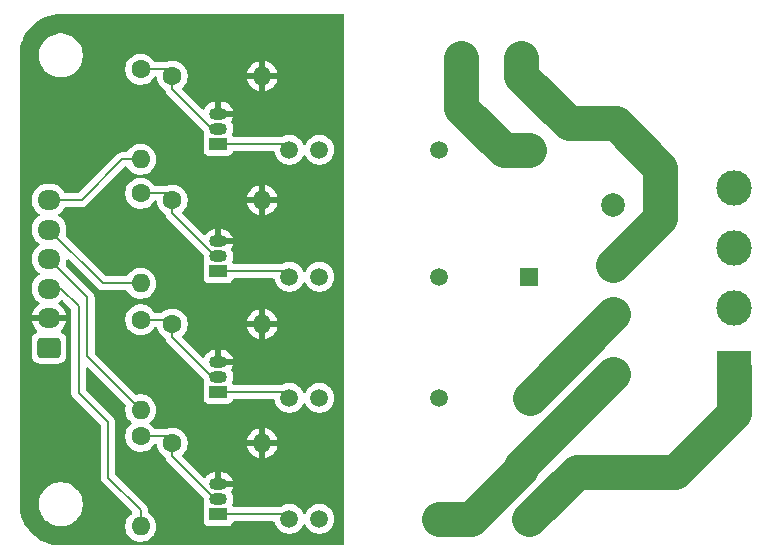
<source format=gbl>
G04 #@! TF.GenerationSoftware,KiCad,Pcbnew,9.0.6*
G04 #@! TF.CreationDate,2025-12-26T23:06:48-07:00*
G04 #@! TF.ProjectId,pifire-relay-module-SSR,70696669-7265-42d7-9265-6c61792d6d6f,v1.0.2*
G04 #@! TF.SameCoordinates,Original*
G04 #@! TF.FileFunction,Copper,L2,Bot*
G04 #@! TF.FilePolarity,Positive*
%FSLAX46Y46*%
G04 Gerber Fmt 4.6, Leading zero omitted, Abs format (unit mm)*
G04 Created by KiCad (PCBNEW 9.0.6) date 2025-12-26 23:06:48*
%MOMM*%
%LPD*%
G01*
G04 APERTURE LIST*
G04 Aperture macros list*
%AMRoundRect*
0 Rectangle with rounded corners*
0 $1 Rounding radius*
0 $2 $3 $4 $5 $6 $7 $8 $9 X,Y pos of 4 corners*
0 Add a 4 corners polygon primitive as box body*
4,1,4,$2,$3,$4,$5,$6,$7,$8,$9,$2,$3,0*
0 Add four circle primitives for the rounded corners*
1,1,$1+$1,$2,$3*
1,1,$1+$1,$4,$5*
1,1,$1+$1,$6,$7*
1,1,$1+$1,$8,$9*
0 Add four rect primitives between the rounded corners*
20,1,$1+$1,$2,$3,$4,$5,0*
20,1,$1+$1,$4,$5,$6,$7,0*
20,1,$1+$1,$6,$7,$8,$9,0*
20,1,$1+$1,$8,$9,$2,$3,0*%
G04 Aperture macros list end*
G04 #@! TA.AperFunction,ComponentPad*
%ADD10R,1.508000X1.508000*%
G04 #@! TD*
G04 #@! TA.AperFunction,ComponentPad*
%ADD11C,1.508000*%
G04 #@! TD*
G04 #@! TA.AperFunction,ComponentPad*
%ADD12C,1.600000*%
G04 #@! TD*
G04 #@! TA.AperFunction,ComponentPad*
%ADD13O,1.600000X1.600000*%
G04 #@! TD*
G04 #@! TA.AperFunction,ComponentPad*
%ADD14R,1.500000X1.050000*%
G04 #@! TD*
G04 #@! TA.AperFunction,ComponentPad*
%ADD15O,1.500000X1.050000*%
G04 #@! TD*
G04 #@! TA.AperFunction,ComponentPad*
%ADD16C,2.000000*%
G04 #@! TD*
G04 #@! TA.AperFunction,ComponentPad*
%ADD17RoundRect,0.250000X0.725000X-0.600000X0.725000X0.600000X-0.725000X0.600000X-0.725000X-0.600000X0*%
G04 #@! TD*
G04 #@! TA.AperFunction,ComponentPad*
%ADD18O,1.950000X1.700000*%
G04 #@! TD*
G04 #@! TA.AperFunction,ComponentPad*
%ADD19R,3.000000X3.000000*%
G04 #@! TD*
G04 #@! TA.AperFunction,ComponentPad*
%ADD20C,3.000000*%
G04 #@! TD*
G04 #@! TA.AperFunction,Conductor*
%ADD21C,3.000000*%
G04 #@! TD*
G04 #@! TA.AperFunction,Conductor*
%ADD22C,0.200000*%
G04 #@! TD*
G04 APERTURE END LIST*
D10*
X68660000Y-68250000D03*
D11*
X61040000Y-68250000D03*
X50880000Y-68250000D03*
X48340000Y-68250000D03*
D12*
X38440000Y-61832500D03*
D13*
X46060000Y-61832500D03*
D10*
X68660000Y-37000000D03*
D11*
X61040000Y-37000000D03*
X50880000Y-37000000D03*
X48340000Y-37000000D03*
D14*
X42332500Y-67852500D03*
D15*
X42332500Y-66582500D03*
X42332500Y-65312500D03*
D12*
X38440000Y-41250000D03*
D13*
X46060000Y-41250000D03*
D16*
X75750000Y-56000000D03*
X75760000Y-50920000D03*
D12*
X38440000Y-30750000D03*
D13*
X46060000Y-30750000D03*
D10*
X68660000Y-47750000D03*
D11*
X61040000Y-47750000D03*
X50880000Y-47750000D03*
X48340000Y-47750000D03*
D12*
X38440000Y-51750000D03*
D13*
X46060000Y-51750000D03*
D12*
X35750000Y-51380000D03*
D13*
X35750000Y-59000000D03*
D17*
X28000000Y-53750000D03*
D18*
X28000000Y-51250000D03*
X28000000Y-48750000D03*
X28000000Y-46250000D03*
X28000000Y-43750000D03*
X28000000Y-41250000D03*
D16*
X68000000Y-29250000D03*
X62920000Y-29240000D03*
D10*
X68660000Y-58000000D03*
D11*
X61040000Y-58000000D03*
X50880000Y-58000000D03*
X48340000Y-58000000D03*
D12*
X35750000Y-30190000D03*
D13*
X35750000Y-37810000D03*
D12*
X35750000Y-61272500D03*
D13*
X35750000Y-68892500D03*
D14*
X42332500Y-57500000D03*
D15*
X42332500Y-56230000D03*
X42332500Y-54960000D03*
D14*
X42332500Y-36500000D03*
D15*
X42332500Y-35230000D03*
X42332500Y-33960000D03*
D12*
X35750000Y-40690000D03*
D13*
X35750000Y-48310000D03*
D16*
X75750000Y-46790000D03*
X75760000Y-41710000D03*
D14*
X42332500Y-47290000D03*
D15*
X42332500Y-46020000D03*
X42332500Y-44750000D03*
D19*
X86000000Y-55500000D03*
D20*
X86000000Y-50420000D03*
X86000000Y-45340000D03*
X86000000Y-40260000D03*
D21*
X76000000Y-34750000D02*
X72000000Y-34750000D01*
X72000000Y-34750000D02*
X68000000Y-30750000D01*
X63750000Y-68250000D02*
X68000000Y-64000000D01*
X68000000Y-63750000D02*
X75750000Y-56000000D01*
X79750000Y-38500000D02*
X76000000Y-34750000D01*
X61040000Y-68250000D02*
X63750000Y-68250000D01*
X68000000Y-30750000D02*
X68000000Y-29250000D01*
X68000000Y-64000000D02*
X68000000Y-63750000D01*
X79750000Y-42790000D02*
X79750000Y-38500000D01*
X75750000Y-46790000D02*
X79750000Y-42790000D01*
D22*
X47880000Y-47290000D02*
X48340000Y-47750000D01*
X42332500Y-47290000D02*
X47880000Y-47290000D01*
X37880000Y-40690000D02*
X38440000Y-41250000D01*
X38440000Y-42381370D02*
X42078630Y-46020000D01*
X42078630Y-46020000D02*
X42332500Y-46020000D01*
X38440000Y-41250000D02*
X38440000Y-42381370D01*
X35750000Y-40690000D02*
X37880000Y-40690000D01*
X28000000Y-43750000D02*
X32560000Y-48310000D01*
X32560000Y-48310000D02*
X35750000Y-48310000D01*
X68660000Y-58000000D02*
X68680000Y-58000000D01*
D21*
X68680000Y-58000000D02*
X75760000Y-50920000D01*
X62920000Y-29240000D02*
X62920000Y-33420000D01*
X66500000Y-37000000D02*
X68660000Y-37000000D01*
X62920000Y-33420000D02*
X66500000Y-37000000D01*
X68660000Y-68250000D02*
X72660000Y-64250000D01*
X72660000Y-64250000D02*
X81000000Y-64250000D01*
X86000000Y-59250000D02*
X86000000Y-55500000D01*
X81000000Y-64250000D02*
X86000000Y-59250000D01*
D22*
X31250000Y-49500000D02*
X31250000Y-54500000D01*
X31250000Y-54500000D02*
X35750000Y-59000000D01*
X28000000Y-46250000D02*
X31250000Y-49500000D01*
X35750000Y-67500000D02*
X35750000Y-68892500D01*
X33000000Y-64750000D02*
X35750000Y-67500000D01*
X29000000Y-48750000D02*
X30500000Y-50250000D01*
X33000000Y-60078135D02*
X33000000Y-64750000D01*
X30500000Y-57578135D02*
X33000000Y-60078135D01*
X28000000Y-48750000D02*
X29000000Y-48750000D01*
X30500000Y-50250000D02*
X30500000Y-57578135D01*
X28000000Y-41250000D02*
X30750000Y-41250000D01*
X30750000Y-41250000D02*
X34190000Y-37810000D01*
X34190000Y-37810000D02*
X35750000Y-37810000D01*
X47840000Y-57500000D02*
X48340000Y-58000000D01*
X42332500Y-57500000D02*
X47840000Y-57500000D01*
X47840000Y-36500000D02*
X48340000Y-37000000D01*
X42332500Y-36500000D02*
X47840000Y-36500000D01*
X47942500Y-67852500D02*
X48340000Y-68250000D01*
X42332500Y-67852500D02*
X47942500Y-67852500D01*
X35750000Y-51380000D02*
X38070000Y-51380000D01*
X38440000Y-52881370D02*
X41788630Y-56230000D01*
X38070000Y-51380000D02*
X38440000Y-51750000D01*
X38440000Y-51750000D02*
X38440000Y-52881370D01*
X41788630Y-56230000D02*
X42332500Y-56230000D01*
X37880000Y-30190000D02*
X38440000Y-30750000D01*
X38440000Y-31881370D02*
X41788630Y-35230000D01*
X38440000Y-30750000D02*
X38440000Y-31881370D01*
X41788630Y-35230000D02*
X42332500Y-35230000D01*
X35750000Y-30190000D02*
X37880000Y-30190000D01*
X37880000Y-61272500D02*
X38440000Y-61832500D01*
X38440000Y-61832500D02*
X38440000Y-62963870D01*
X35750000Y-61272500D02*
X37880000Y-61272500D01*
X42058630Y-66582500D02*
X42332500Y-66582500D01*
X38440000Y-62963870D02*
X42058630Y-66582500D01*
G04 #@! TA.AperFunction,Conductor*
G36*
X52943039Y-25520185D02*
G01*
X52988794Y-25572989D01*
X53000000Y-25624500D01*
X53000000Y-31922185D01*
X52999500Y-31929815D01*
X52999500Y-38820186D01*
X53000000Y-38827816D01*
X53000000Y-42797185D01*
X52999500Y-42804815D01*
X52999500Y-49695186D01*
X53000000Y-49702816D01*
X53000000Y-53047185D01*
X52999500Y-53054815D01*
X52999500Y-59945186D01*
X53000000Y-59952816D01*
X53000000Y-63422185D01*
X52999500Y-63429815D01*
X52999500Y-70320186D01*
X53000000Y-70327816D01*
X53000000Y-70375500D01*
X52980315Y-70442539D01*
X52927511Y-70488294D01*
X52876000Y-70499500D01*
X29003051Y-70499500D01*
X28996968Y-70499351D01*
X28976900Y-70498365D01*
X28663071Y-70482947D01*
X28650962Y-70481754D01*
X28323305Y-70433151D01*
X28311369Y-70430777D01*
X27990055Y-70350292D01*
X27978411Y-70346759D01*
X27666540Y-70235170D01*
X27655301Y-70230515D01*
X27355844Y-70088883D01*
X27345121Y-70083150D01*
X27061011Y-69912862D01*
X27050893Y-69906102D01*
X26784829Y-69708775D01*
X26775423Y-69701055D01*
X26635364Y-69574113D01*
X26529986Y-69478604D01*
X26521395Y-69470013D01*
X26298944Y-69224576D01*
X26291224Y-69215170D01*
X26093897Y-68949106D01*
X26087137Y-68938988D01*
X26068267Y-68907505D01*
X25916844Y-68654871D01*
X25911120Y-68644163D01*
X25769479Y-68344688D01*
X25764829Y-68333459D01*
X25725212Y-68222738D01*
X25661717Y-68045281D01*
X25653240Y-68021588D01*
X25649707Y-68009944D01*
X25640958Y-67975015D01*
X25569219Y-67688617D01*
X25566848Y-67676694D01*
X25564801Y-67662897D01*
X25525879Y-67400500D01*
X25518245Y-67349037D01*
X25517052Y-67336927D01*
X25514237Y-67279635D01*
X25500649Y-67003032D01*
X25500500Y-66996948D01*
X25500500Y-66878711D01*
X27149500Y-66878711D01*
X27149500Y-67121288D01*
X27181161Y-67361785D01*
X27243947Y-67596104D01*
X27312831Y-67762403D01*
X27336776Y-67820212D01*
X27458064Y-68030289D01*
X27458066Y-68030292D01*
X27458067Y-68030293D01*
X27605733Y-68222736D01*
X27605739Y-68222743D01*
X27777256Y-68394260D01*
X27777263Y-68394266D01*
X27817807Y-68425376D01*
X27969711Y-68541936D01*
X28179788Y-68663224D01*
X28403900Y-68756054D01*
X28638211Y-68818838D01*
X28818586Y-68842584D01*
X28878711Y-68850500D01*
X28878712Y-68850500D01*
X29121289Y-68850500D01*
X29169388Y-68844167D01*
X29361789Y-68818838D01*
X29596100Y-68756054D01*
X29820212Y-68663224D01*
X30030289Y-68541936D01*
X30222738Y-68394265D01*
X30394265Y-68222738D01*
X30541936Y-68030289D01*
X30663224Y-67820212D01*
X30756054Y-67596100D01*
X30818838Y-67361789D01*
X30850500Y-67121288D01*
X30850500Y-66878712D01*
X30818838Y-66638211D01*
X30756054Y-66403900D01*
X30663224Y-66179788D01*
X30541936Y-65969711D01*
X30410189Y-65798015D01*
X30394266Y-65777263D01*
X30394260Y-65777256D01*
X30222743Y-65605739D01*
X30222736Y-65605733D01*
X30030293Y-65458067D01*
X30030292Y-65458066D01*
X30030289Y-65458064D01*
X29820212Y-65336776D01*
X29820205Y-65336773D01*
X29596104Y-65243947D01*
X29478944Y-65212554D01*
X29361789Y-65181162D01*
X29361788Y-65181161D01*
X29361785Y-65181161D01*
X29121289Y-65149500D01*
X29121288Y-65149500D01*
X28878712Y-65149500D01*
X28878711Y-65149500D01*
X28638214Y-65181161D01*
X28403895Y-65243947D01*
X28179794Y-65336773D01*
X28179785Y-65336777D01*
X27969706Y-65458067D01*
X27777263Y-65605733D01*
X27777256Y-65605739D01*
X27605739Y-65777256D01*
X27605733Y-65777263D01*
X27458067Y-65969706D01*
X27336777Y-66179785D01*
X27336773Y-66179794D01*
X27243947Y-66403895D01*
X27181161Y-66638214D01*
X27149500Y-66878711D01*
X25500500Y-66878711D01*
X25500500Y-41143713D01*
X26524500Y-41143713D01*
X26524500Y-41356287D01*
X26557754Y-41566243D01*
X26595356Y-41681971D01*
X26623444Y-41768414D01*
X26719951Y-41957820D01*
X26844890Y-42129786D01*
X26995209Y-42280105D01*
X26995214Y-42280109D01*
X27159793Y-42399682D01*
X27202459Y-42455011D01*
X27208438Y-42524625D01*
X27175833Y-42586420D01*
X27159793Y-42600318D01*
X26995214Y-42719890D01*
X26995209Y-42719894D01*
X26844890Y-42870213D01*
X26719951Y-43042179D01*
X26623444Y-43231585D01*
X26557753Y-43433760D01*
X26524500Y-43643713D01*
X26524500Y-43856287D01*
X26557754Y-44066243D01*
X26622167Y-44264486D01*
X26623444Y-44268414D01*
X26719951Y-44457820D01*
X26844890Y-44629786D01*
X26995209Y-44780105D01*
X26995214Y-44780109D01*
X27159793Y-44899682D01*
X27202459Y-44955011D01*
X27208438Y-45024625D01*
X27175833Y-45086420D01*
X27159793Y-45100318D01*
X26995214Y-45219890D01*
X26995209Y-45219894D01*
X26844890Y-45370213D01*
X26719951Y-45542179D01*
X26623444Y-45731585D01*
X26557753Y-45933760D01*
X26524500Y-46143713D01*
X26524500Y-46356286D01*
X26551441Y-46526389D01*
X26557754Y-46566243D01*
X26606779Y-46717127D01*
X26623444Y-46768414D01*
X26719951Y-46957820D01*
X26844890Y-47129786D01*
X26995209Y-47280105D01*
X26995214Y-47280109D01*
X27159793Y-47399682D01*
X27202459Y-47455011D01*
X27208438Y-47524625D01*
X27175833Y-47586420D01*
X27159793Y-47600318D01*
X26995214Y-47719890D01*
X26995209Y-47719894D01*
X26844890Y-47870213D01*
X26719951Y-48042179D01*
X26623444Y-48231585D01*
X26557753Y-48433760D01*
X26524500Y-48643713D01*
X26524500Y-48856287D01*
X26526605Y-48869575D01*
X26549290Y-49012807D01*
X26557754Y-49066243D01*
X26623378Y-49268213D01*
X26623444Y-49268414D01*
X26719951Y-49457820D01*
X26844890Y-49629786D01*
X26995209Y-49780105D01*
X26995214Y-49780109D01*
X27160218Y-49899991D01*
X27202884Y-49955320D01*
X27208863Y-50024934D01*
X27176258Y-50086729D01*
X27160218Y-50100627D01*
X26995540Y-50220272D01*
X26995535Y-50220276D01*
X26845276Y-50370535D01*
X26845272Y-50370540D01*
X26720379Y-50542442D01*
X26623904Y-50731782D01*
X26558242Y-50933870D01*
X26558242Y-50933873D01*
X26547769Y-51000000D01*
X27595854Y-51000000D01*
X27557370Y-51066657D01*
X27525000Y-51187465D01*
X27525000Y-51312535D01*
X27557370Y-51433343D01*
X27595854Y-51500000D01*
X26547769Y-51500000D01*
X26558242Y-51566126D01*
X26558242Y-51566129D01*
X26623904Y-51768217D01*
X26720379Y-51957557D01*
X26845272Y-52129459D01*
X26845276Y-52129464D01*
X26984143Y-52268331D01*
X27017628Y-52329654D01*
X27012644Y-52399346D01*
X26970772Y-52455279D01*
X26961559Y-52461551D01*
X26806342Y-52557289D01*
X26682289Y-52681342D01*
X26590187Y-52830663D01*
X26590185Y-52830668D01*
X26579709Y-52862284D01*
X26535001Y-52997203D01*
X26535001Y-52997204D01*
X26535000Y-52997204D01*
X26524500Y-53099983D01*
X26524500Y-54400001D01*
X26524501Y-54400018D01*
X26535000Y-54502796D01*
X26535001Y-54502799D01*
X26570709Y-54610556D01*
X26590186Y-54669334D01*
X26682288Y-54818656D01*
X26806344Y-54942712D01*
X26955666Y-55034814D01*
X27122203Y-55089999D01*
X27224991Y-55100500D01*
X28775008Y-55100499D01*
X28877797Y-55089999D01*
X29044334Y-55034814D01*
X29193656Y-54942712D01*
X29317712Y-54818656D01*
X29409814Y-54669334D01*
X29464999Y-54502797D01*
X29475500Y-54400009D01*
X29475499Y-53099992D01*
X29464999Y-52997203D01*
X29409814Y-52830666D01*
X29317712Y-52681344D01*
X29193656Y-52557288D01*
X29044334Y-52465186D01*
X29044332Y-52465185D01*
X29038440Y-52461551D01*
X28991716Y-52409603D01*
X28980493Y-52340641D01*
X29008337Y-52276558D01*
X29015856Y-52268330D01*
X29154728Y-52129458D01*
X29279620Y-51957557D01*
X29376095Y-51768217D01*
X29441757Y-51566129D01*
X29441757Y-51566126D01*
X29452231Y-51500000D01*
X28404146Y-51500000D01*
X28442630Y-51433343D01*
X28475000Y-51312535D01*
X28475000Y-51187465D01*
X28442630Y-51066657D01*
X28404146Y-51000000D01*
X29452231Y-51000000D01*
X29441757Y-50933873D01*
X29441757Y-50933870D01*
X29376095Y-50731782D01*
X29279620Y-50542442D01*
X29154727Y-50370540D01*
X29154723Y-50370535D01*
X29004464Y-50220276D01*
X29004459Y-50220272D01*
X28839781Y-50100627D01*
X28822866Y-50078691D01*
X28803414Y-50058961D01*
X28801827Y-50051407D01*
X28797115Y-50045297D01*
X28794744Y-50017697D01*
X28789048Y-49990584D01*
X28791796Y-49983372D01*
X28791136Y-49975684D01*
X28804062Y-49951184D01*
X28813929Y-49925295D01*
X28821775Y-49917614D01*
X28823741Y-49913889D01*
X28839063Y-49900516D01*
X28839396Y-49900269D01*
X29004792Y-49780104D01*
X29011739Y-49773156D01*
X29019227Y-49767634D01*
X29043640Y-49758725D01*
X29066440Y-49746268D01*
X29075926Y-49746943D01*
X29084863Y-49743683D01*
X29110215Y-49749387D01*
X29136133Y-49751234D01*
X29145677Y-49757365D01*
X29153029Y-49759020D01*
X29161283Y-49767392D01*
X29180511Y-49779746D01*
X29863181Y-50462416D01*
X29896666Y-50523739D01*
X29899500Y-50550097D01*
X29899500Y-57491465D01*
X29899499Y-57491483D01*
X29899499Y-57657189D01*
X29899498Y-57657189D01*
X29940423Y-57809920D01*
X29969358Y-57860035D01*
X29969359Y-57860039D01*
X29969360Y-57860039D01*
X30019479Y-57946849D01*
X30019481Y-57946852D01*
X30138349Y-58065720D01*
X30138355Y-58065725D01*
X32363181Y-60290551D01*
X32396666Y-60351874D01*
X32399500Y-60378232D01*
X32399500Y-64663330D01*
X32399499Y-64663348D01*
X32399499Y-64829054D01*
X32399498Y-64829054D01*
X32399499Y-64829057D01*
X32440423Y-64981785D01*
X32458743Y-65013516D01*
X32469358Y-65031900D01*
X32469359Y-65031904D01*
X32469360Y-65031904D01*
X32519479Y-65118714D01*
X32519481Y-65118717D01*
X32638349Y-65237585D01*
X32638355Y-65237590D01*
X35030938Y-67630173D01*
X35064423Y-67691496D01*
X35059439Y-67761188D01*
X35017567Y-67817121D01*
X35016142Y-67818172D01*
X34902787Y-67900528D01*
X34902782Y-67900532D01*
X34758028Y-68045286D01*
X34637715Y-68210886D01*
X34544781Y-68393276D01*
X34481522Y-68587965D01*
X34449500Y-68790148D01*
X34449500Y-68994851D01*
X34481522Y-69197034D01*
X34544781Y-69391723D01*
X34637715Y-69574113D01*
X34758028Y-69739713D01*
X34902786Y-69884471D01*
X35057749Y-69997056D01*
X35068390Y-70004787D01*
X35184607Y-70064003D01*
X35250776Y-70097718D01*
X35250778Y-70097718D01*
X35250781Y-70097720D01*
X35355137Y-70131627D01*
X35445465Y-70160977D01*
X35546557Y-70176988D01*
X35647648Y-70193000D01*
X35647649Y-70193000D01*
X35852351Y-70193000D01*
X35852352Y-70193000D01*
X36054534Y-70160977D01*
X36249219Y-70097720D01*
X36431610Y-70004787D01*
X36562449Y-69909728D01*
X36597213Y-69884471D01*
X36597215Y-69884468D01*
X36597219Y-69884466D01*
X36741966Y-69739719D01*
X36741968Y-69739715D01*
X36741971Y-69739713D01*
X36794732Y-69667090D01*
X36862287Y-69574110D01*
X36955220Y-69391719D01*
X37018477Y-69197034D01*
X37050500Y-68994852D01*
X37050500Y-68790148D01*
X37040008Y-68723908D01*
X37018477Y-68587965D01*
X36981020Y-68472685D01*
X36955220Y-68393281D01*
X36955218Y-68393278D01*
X36955218Y-68393276D01*
X36868326Y-68222743D01*
X36862287Y-68210890D01*
X36854556Y-68200249D01*
X36741971Y-68045286D01*
X36597213Y-67900528D01*
X36431610Y-67780212D01*
X36418200Y-67773379D01*
X36367406Y-67725403D01*
X36350500Y-67662897D01*
X36350500Y-67420945D01*
X36350498Y-67420936D01*
X36345023Y-67400500D01*
X36309577Y-67268215D01*
X36266259Y-67193186D01*
X36230520Y-67131284D01*
X36118716Y-67019480D01*
X36118715Y-67019479D01*
X36114385Y-67015149D01*
X36114374Y-67015139D01*
X33636819Y-64537584D01*
X33603334Y-64476261D01*
X33600500Y-64449903D01*
X33600500Y-60167194D01*
X33600501Y-60167181D01*
X33600501Y-59999080D01*
X33600501Y-59999078D01*
X33559577Y-59846350D01*
X33530639Y-59796230D01*
X33480520Y-59709419D01*
X33368716Y-59597615D01*
X33368715Y-59597614D01*
X33364385Y-59593284D01*
X33364374Y-59593274D01*
X31136819Y-57365719D01*
X31103334Y-57304396D01*
X31100500Y-57278038D01*
X31100500Y-55499097D01*
X31120185Y-55432058D01*
X31172989Y-55386303D01*
X31242147Y-55376359D01*
X31305703Y-55405384D01*
X31312181Y-55411416D01*
X34455922Y-58555157D01*
X34489407Y-58616480D01*
X34486173Y-58681155D01*
X34481522Y-58695468D01*
X34449500Y-58897648D01*
X34449500Y-59102351D01*
X34481522Y-59304534D01*
X34544781Y-59499223D01*
X34637715Y-59681613D01*
X34758028Y-59847213D01*
X34902782Y-59991967D01*
X34902787Y-59991971D01*
X34963294Y-60035932D01*
X35005960Y-60091261D01*
X35011939Y-60160875D01*
X34979334Y-60222670D01*
X34963294Y-60236568D01*
X34902787Y-60280528D01*
X34902782Y-60280532D01*
X34758028Y-60425286D01*
X34637715Y-60590886D01*
X34544781Y-60773276D01*
X34481522Y-60967965D01*
X34449500Y-61170148D01*
X34449500Y-61374851D01*
X34481522Y-61577034D01*
X34544781Y-61771723D01*
X34596385Y-61873000D01*
X34633320Y-61945489D01*
X34637715Y-61954113D01*
X34758028Y-62119713D01*
X34902786Y-62264471D01*
X35057749Y-62377056D01*
X35068390Y-62384787D01*
X35184607Y-62444003D01*
X35250776Y-62477718D01*
X35250778Y-62477718D01*
X35250781Y-62477720D01*
X35355137Y-62511627D01*
X35445465Y-62540977D01*
X35546557Y-62556988D01*
X35647648Y-62573000D01*
X35647649Y-62573000D01*
X35852351Y-62573000D01*
X35852352Y-62573000D01*
X36054534Y-62540977D01*
X36249219Y-62477720D01*
X36431610Y-62384787D01*
X36524590Y-62317232D01*
X36597213Y-62264471D01*
X36597215Y-62264468D01*
X36597219Y-62264466D01*
X36741966Y-62119719D01*
X36741968Y-62119715D01*
X36741971Y-62119713D01*
X36862284Y-61954114D01*
X36862285Y-61954113D01*
X36862287Y-61954110D01*
X36869117Y-61940704D01*
X36879566Y-61929640D01*
X36885889Y-61915797D01*
X36903068Y-61904756D01*
X36917091Y-61889909D01*
X36932772Y-61885667D01*
X36944667Y-61878023D01*
X36979602Y-61873000D01*
X37023798Y-61873000D01*
X37090837Y-61892685D01*
X37136592Y-61945489D01*
X37146271Y-61977602D01*
X37171522Y-62137034D01*
X37234781Y-62331723D01*
X37298691Y-62457153D01*
X37309171Y-62477720D01*
X37327715Y-62514113D01*
X37448028Y-62679713D01*
X37592786Y-62824471D01*
X37758385Y-62944784D01*
X37758387Y-62944785D01*
X37758390Y-62944787D01*
X37773351Y-62952410D01*
X37824147Y-63000381D01*
X37836133Y-63035414D01*
X37837396Y-63035076D01*
X37839499Y-63042924D01*
X37839499Y-63042927D01*
X37879627Y-63192686D01*
X37880423Y-63195655D01*
X37909358Y-63245770D01*
X37909359Y-63245774D01*
X37909360Y-63245774D01*
X37959479Y-63332584D01*
X37959481Y-63332587D01*
X38078349Y-63451455D01*
X38078354Y-63451459D01*
X41045682Y-66418788D01*
X41079166Y-66480109D01*
X41082000Y-66506467D01*
X41082000Y-66683507D01*
X41121407Y-66881619D01*
X41121409Y-66881627D01*
X41154825Y-66962300D01*
X41162294Y-67031770D01*
X41142538Y-67077160D01*
X41142954Y-67077387D01*
X41140419Y-67082028D01*
X41139537Y-67084056D01*
X41138706Y-67085165D01*
X41138702Y-67085172D01*
X41088408Y-67220017D01*
X41082001Y-67279616D01*
X41082000Y-67279635D01*
X41082000Y-68425370D01*
X41082001Y-68425376D01*
X41088408Y-68484983D01*
X41138702Y-68619828D01*
X41138706Y-68619835D01*
X41224952Y-68735044D01*
X41224955Y-68735047D01*
X41340164Y-68821293D01*
X41340171Y-68821297D01*
X41475017Y-68871591D01*
X41475016Y-68871591D01*
X41481944Y-68872335D01*
X41534627Y-68878000D01*
X43130372Y-68877999D01*
X43189983Y-68871591D01*
X43324831Y-68821296D01*
X43440046Y-68735046D01*
X43526296Y-68619831D01*
X43555349Y-68541936D01*
X43558434Y-68533666D01*
X43600306Y-68477733D01*
X43665770Y-68453316D01*
X43674616Y-68453000D01*
X46996846Y-68453000D01*
X47063885Y-68472685D01*
X47109640Y-68525489D01*
X47114392Y-68539288D01*
X47114884Y-68539129D01*
X47152495Y-68654883D01*
X47177409Y-68731561D01*
X47267056Y-68907501D01*
X47267058Y-68907504D01*
X47383115Y-69067246D01*
X47522753Y-69206884D01*
X47672234Y-69315486D01*
X47682499Y-69322944D01*
X47858439Y-69412591D01*
X47983637Y-69453270D01*
X48046236Y-69473610D01*
X48241264Y-69504500D01*
X48241269Y-69504500D01*
X48438736Y-69504500D01*
X48633763Y-69473610D01*
X48644855Y-69470006D01*
X48821561Y-69412591D01*
X48997501Y-69322944D01*
X49087192Y-69257779D01*
X49157246Y-69206884D01*
X49157248Y-69206881D01*
X49157252Y-69206879D01*
X49296879Y-69067252D01*
X49296881Y-69067248D01*
X49296884Y-69067246D01*
X49412941Y-68907505D01*
X49412942Y-68907504D01*
X49412944Y-68907501D01*
X49499517Y-68737593D01*
X49547490Y-68686800D01*
X49615311Y-68670005D01*
X49681446Y-68692542D01*
X49720482Y-68737593D01*
X49778012Y-68850500D01*
X49807058Y-68907505D01*
X49923115Y-69067246D01*
X50062753Y-69206884D01*
X50212234Y-69315486D01*
X50222499Y-69322944D01*
X50398439Y-69412591D01*
X50523637Y-69453270D01*
X50586236Y-69473610D01*
X50781264Y-69504500D01*
X50781269Y-69504500D01*
X50978736Y-69504500D01*
X51173763Y-69473610D01*
X51184855Y-69470006D01*
X51361561Y-69412591D01*
X51537501Y-69322944D01*
X51627192Y-69257779D01*
X51697246Y-69206884D01*
X51697248Y-69206881D01*
X51697252Y-69206879D01*
X51836879Y-69067252D01*
X51836881Y-69067248D01*
X51836884Y-69067246D01*
X51922716Y-68949106D01*
X51952944Y-68907501D01*
X52042591Y-68731561D01*
X52103610Y-68543763D01*
X52114868Y-68472685D01*
X52134500Y-68348736D01*
X52134500Y-68151263D01*
X52103610Y-67956236D01*
X52062591Y-67829994D01*
X52042591Y-67768439D01*
X51952944Y-67592499D01*
X51945486Y-67582234D01*
X51836884Y-67432753D01*
X51697246Y-67293115D01*
X51537504Y-67177058D01*
X51537503Y-67177057D01*
X51537501Y-67177056D01*
X51361561Y-67087409D01*
X51354655Y-67085165D01*
X51173763Y-67026389D01*
X50978736Y-66995500D01*
X50978731Y-66995500D01*
X50781269Y-66995500D01*
X50781264Y-66995500D01*
X50586236Y-67026389D01*
X50398441Y-67087408D01*
X50222495Y-67177058D01*
X50062753Y-67293115D01*
X49923115Y-67432753D01*
X49807058Y-67592495D01*
X49807056Y-67592499D01*
X49739338Y-67725403D01*
X49720485Y-67762403D01*
X49672510Y-67813199D01*
X49604689Y-67829994D01*
X49538554Y-67807456D01*
X49499515Y-67762403D01*
X49498896Y-67761188D01*
X49412944Y-67592499D01*
X49405486Y-67582234D01*
X49296884Y-67432753D01*
X49157246Y-67293115D01*
X48997504Y-67177058D01*
X48997503Y-67177057D01*
X48997501Y-67177056D01*
X48821561Y-67087409D01*
X48814655Y-67085165D01*
X48633763Y-67026389D01*
X48438736Y-66995500D01*
X48438731Y-66995500D01*
X48241269Y-66995500D01*
X48241264Y-66995500D01*
X48046236Y-67026389D01*
X47858441Y-67087408D01*
X47682495Y-67177058D01*
X47611942Y-67228318D01*
X47546136Y-67251798D01*
X47539057Y-67252000D01*
X43674615Y-67252000D01*
X43655811Y-67246478D01*
X43636219Y-67245906D01*
X43622974Y-67236836D01*
X43607576Y-67232315D01*
X43594742Y-67217504D01*
X43578570Y-67206430D01*
X43565681Y-67183965D01*
X43561821Y-67179511D01*
X43560364Y-67176194D01*
X43559345Y-67173780D01*
X43526296Y-67085169D01*
X43516379Y-67071922D01*
X43510484Y-67057946D01*
X43508174Y-67037696D01*
X43501051Y-67018599D01*
X43503952Y-67000692D01*
X43502565Y-66988527D01*
X43507572Y-66978359D01*
X43510175Y-66962298D01*
X43543589Y-66881632D01*
X43543589Y-66881631D01*
X43543591Y-66881627D01*
X43583000Y-66683503D01*
X43583000Y-66481497D01*
X43543591Y-66283373D01*
X43466286Y-66096744D01*
X43412294Y-66015939D01*
X43391417Y-65949264D01*
X43409901Y-65881884D01*
X43412296Y-65878158D01*
X43465844Y-65798018D01*
X43465846Y-65798015D01*
X43543109Y-65611483D01*
X43543112Y-65611474D01*
X43552853Y-65562500D01*
X42698366Y-65562500D01*
X42695547Y-65562468D01*
X42684759Y-65562222D01*
X42658503Y-65557000D01*
X42618330Y-65557000D01*
X42632575Y-65542755D01*
X42681944Y-65457245D01*
X42707500Y-65361870D01*
X42707500Y-65263130D01*
X42681944Y-65167755D01*
X42632575Y-65082245D01*
X42612830Y-65062500D01*
X43552853Y-65062500D01*
X43543112Y-65013525D01*
X43543109Y-65013516D01*
X43465847Y-64826986D01*
X43465840Y-64826973D01*
X43353670Y-64659100D01*
X43353667Y-64659096D01*
X43210903Y-64516332D01*
X43210899Y-64516329D01*
X43043026Y-64404159D01*
X43043013Y-64404152D01*
X42856483Y-64326890D01*
X42856474Y-64326887D01*
X42658458Y-64287500D01*
X42582500Y-64287500D01*
X42582500Y-65032170D01*
X42562755Y-65012425D01*
X42477245Y-64963056D01*
X42381870Y-64937500D01*
X42283130Y-64937500D01*
X42187755Y-64963056D01*
X42102245Y-65012425D01*
X42082500Y-65032170D01*
X42082500Y-64287500D01*
X42006541Y-64287500D01*
X41808525Y-64326887D01*
X41808516Y-64326890D01*
X41621986Y-64404152D01*
X41621973Y-64404159D01*
X41454100Y-64516329D01*
X41454096Y-64516332D01*
X41311332Y-64659096D01*
X41264349Y-64729411D01*
X41210736Y-64774215D01*
X41141411Y-64782922D01*
X41078384Y-64752767D01*
X41073566Y-64748200D01*
X39306206Y-62980841D01*
X39272721Y-62919518D01*
X39277705Y-62849826D01*
X39306206Y-62805479D01*
X39431966Y-62679719D01*
X39431968Y-62679715D01*
X39431971Y-62679713D01*
X39532767Y-62540977D01*
X39552287Y-62514110D01*
X39645220Y-62331719D01*
X39708477Y-62137034D01*
X39740500Y-61934852D01*
X39740500Y-61730148D01*
X39717114Y-61582500D01*
X44783391Y-61582500D01*
X45744314Y-61582500D01*
X45739920Y-61586894D01*
X45687259Y-61678106D01*
X45660000Y-61779839D01*
X45660000Y-61885161D01*
X45687259Y-61986894D01*
X45739920Y-62078106D01*
X45744314Y-62082500D01*
X44783391Y-62082500D01*
X44792009Y-62136913D01*
X44855244Y-62331529D01*
X44948140Y-62513849D01*
X45068417Y-62679394D01*
X45068417Y-62679395D01*
X45213104Y-62824082D01*
X45378650Y-62944359D01*
X45560968Y-63037254D01*
X45755578Y-63100488D01*
X45810000Y-63109107D01*
X45810000Y-62148186D01*
X45814394Y-62152580D01*
X45905606Y-62205241D01*
X46007339Y-62232500D01*
X46112661Y-62232500D01*
X46214394Y-62205241D01*
X46305606Y-62152580D01*
X46310000Y-62148186D01*
X46310000Y-63109106D01*
X46364421Y-63100488D01*
X46559031Y-63037254D01*
X46741349Y-62944359D01*
X46906894Y-62824082D01*
X46906895Y-62824082D01*
X47051582Y-62679395D01*
X47051582Y-62679394D01*
X47171859Y-62513849D01*
X47264755Y-62331529D01*
X47327990Y-62136913D01*
X47336609Y-62082500D01*
X46375686Y-62082500D01*
X46380080Y-62078106D01*
X46432741Y-61986894D01*
X46460000Y-61885161D01*
X46460000Y-61779839D01*
X46432741Y-61678106D01*
X46380080Y-61586894D01*
X46375686Y-61582500D01*
X47336609Y-61582500D01*
X47327990Y-61528086D01*
X47264755Y-61333470D01*
X47171859Y-61151150D01*
X47051582Y-60985605D01*
X47051582Y-60985604D01*
X46906895Y-60840917D01*
X46741349Y-60720640D01*
X46559029Y-60627744D01*
X46364413Y-60564509D01*
X46310000Y-60555890D01*
X46310000Y-61516814D01*
X46305606Y-61512420D01*
X46214394Y-61459759D01*
X46112661Y-61432500D01*
X46007339Y-61432500D01*
X45905606Y-61459759D01*
X45814394Y-61512420D01*
X45810000Y-61516814D01*
X45810000Y-60555890D01*
X45755586Y-60564509D01*
X45560970Y-60627744D01*
X45378650Y-60720640D01*
X45213105Y-60840917D01*
X45213104Y-60840917D01*
X45068417Y-60985604D01*
X45068417Y-60985605D01*
X44948140Y-61151150D01*
X44855244Y-61333470D01*
X44792009Y-61528086D01*
X44783391Y-61582500D01*
X39717114Y-61582500D01*
X39708477Y-61527966D01*
X39645220Y-61333281D01*
X39645218Y-61333278D01*
X39645218Y-61333276D01*
X39552419Y-61151150D01*
X39552287Y-61150890D01*
X39544556Y-61140249D01*
X39431971Y-60985286D01*
X39287213Y-60840528D01*
X39121613Y-60720215D01*
X39121612Y-60720214D01*
X39121610Y-60720213D01*
X39026985Y-60671999D01*
X38939223Y-60627281D01*
X38744534Y-60564022D01*
X38569995Y-60536378D01*
X38542352Y-60532000D01*
X38337648Y-60532000D01*
X38313329Y-60535851D01*
X38135465Y-60564022D01*
X37940776Y-60627281D01*
X37879540Y-60658484D01*
X37866538Y-60661605D01*
X37858184Y-60666975D01*
X37823254Y-60671997D01*
X37823249Y-60671999D01*
X37800943Y-60671999D01*
X37800940Y-60671999D01*
X37793335Y-60672000D01*
X37793334Y-60671999D01*
X37793331Y-60672000D01*
X36979602Y-60672000D01*
X36912563Y-60652315D01*
X36869117Y-60604295D01*
X36862284Y-60590885D01*
X36741971Y-60425286D01*
X36597215Y-60280530D01*
X36536706Y-60236569D01*
X36494039Y-60181239D01*
X36488060Y-60111626D01*
X36520665Y-60049831D01*
X36536706Y-60035931D01*
X36597215Y-59991969D01*
X36597215Y-59991968D01*
X36597219Y-59991966D01*
X36741966Y-59847219D01*
X36741968Y-59847215D01*
X36741971Y-59847213D01*
X36794732Y-59774590D01*
X36862287Y-59681610D01*
X36955220Y-59499219D01*
X37018477Y-59304534D01*
X37050500Y-59102352D01*
X37050500Y-58897648D01*
X37018477Y-58695466D01*
X37006142Y-58657504D01*
X36972888Y-58555157D01*
X36955220Y-58500781D01*
X36955218Y-58500778D01*
X36955218Y-58500776D01*
X36921503Y-58434607D01*
X36862287Y-58318390D01*
X36825189Y-58267328D01*
X36741971Y-58152786D01*
X36597213Y-58008028D01*
X36431613Y-57887715D01*
X36431612Y-57887714D01*
X36431610Y-57887713D01*
X36374653Y-57858691D01*
X36249223Y-57794781D01*
X36054534Y-57731522D01*
X35879995Y-57703878D01*
X35852352Y-57699500D01*
X35647648Y-57699500D01*
X35609599Y-57705526D01*
X35445468Y-57731522D01*
X35436717Y-57734365D01*
X35431154Y-57736173D01*
X35361313Y-57738167D01*
X35305157Y-57705922D01*
X31886819Y-54287584D01*
X31853334Y-54226261D01*
X31850500Y-54199903D01*
X31850500Y-51277648D01*
X34449500Y-51277648D01*
X34449500Y-51482351D01*
X34481522Y-51684534D01*
X34544781Y-51879223D01*
X34584695Y-51957557D01*
X34633320Y-52052989D01*
X34637715Y-52061613D01*
X34758028Y-52227213D01*
X34902786Y-52371971D01*
X35017452Y-52455279D01*
X35068390Y-52492287D01*
X35184607Y-52551503D01*
X35250776Y-52585218D01*
X35250778Y-52585218D01*
X35250781Y-52585220D01*
X35355137Y-52619127D01*
X35445465Y-52648477D01*
X35546557Y-52664488D01*
X35647648Y-52680500D01*
X35647649Y-52680500D01*
X35852351Y-52680500D01*
X35852352Y-52680500D01*
X36054534Y-52648477D01*
X36249219Y-52585220D01*
X36431610Y-52492287D01*
X36559320Y-52399501D01*
X36597213Y-52371971D01*
X36597215Y-52371968D01*
X36597219Y-52371966D01*
X36741966Y-52227219D01*
X36741968Y-52227215D01*
X36741971Y-52227213D01*
X36862284Y-52061614D01*
X36862285Y-52061613D01*
X36862287Y-52061610D01*
X36869117Y-52048204D01*
X36879566Y-52037140D01*
X36885889Y-52023297D01*
X36903068Y-52012256D01*
X36917091Y-51997409D01*
X36932772Y-51993167D01*
X36944667Y-51985523D01*
X36979602Y-51980500D01*
X37057376Y-51980500D01*
X37124415Y-52000185D01*
X37170170Y-52052989D01*
X37175307Y-52066181D01*
X37234781Y-52249223D01*
X37327715Y-52431613D01*
X37448028Y-52597213D01*
X37592786Y-52741971D01*
X37758385Y-52862284D01*
X37758387Y-52862285D01*
X37758390Y-52862287D01*
X37773351Y-52869910D01*
X37824147Y-52917881D01*
X37836133Y-52952914D01*
X37837396Y-52952576D01*
X37839499Y-52960424D01*
X37839499Y-52960427D01*
X37862746Y-53047185D01*
X37880423Y-53113155D01*
X37909358Y-53163270D01*
X37909359Y-53163274D01*
X37909360Y-53163274D01*
X37959479Y-53250084D01*
X37959481Y-53250087D01*
X38078349Y-53368955D01*
X38078355Y-53368960D01*
X41065731Y-56356336D01*
X41073369Y-56369235D01*
X41082480Y-56377157D01*
X41091880Y-56400494D01*
X41097087Y-56409287D01*
X41098607Y-56414500D01*
X41121409Y-56529127D01*
X41157408Y-56616037D01*
X41159301Y-56622523D01*
X41159252Y-56650977D01*
X41162294Y-56679270D01*
X41159191Y-56686398D01*
X41159181Y-56692392D01*
X41151193Y-56704773D01*
X41142538Y-56724660D01*
X41142954Y-56724887D01*
X41140419Y-56729528D01*
X41139537Y-56731556D01*
X41138706Y-56732665D01*
X41138702Y-56732672D01*
X41088408Y-56867517D01*
X41082001Y-56927116D01*
X41082000Y-56927135D01*
X41082000Y-58072870D01*
X41082001Y-58072876D01*
X41088408Y-58132483D01*
X41138702Y-58267328D01*
X41138706Y-58267335D01*
X41224952Y-58382544D01*
X41224955Y-58382547D01*
X41340164Y-58468793D01*
X41340171Y-58468797D01*
X41475017Y-58519091D01*
X41475016Y-58519091D01*
X41481944Y-58519835D01*
X41534627Y-58525500D01*
X43130372Y-58525499D01*
X43189983Y-58519091D01*
X43324831Y-58468796D01*
X43440046Y-58382546D01*
X43526296Y-58267331D01*
X43549506Y-58205102D01*
X43558434Y-58181166D01*
X43600306Y-58125233D01*
X43665770Y-58100816D01*
X43674616Y-58100500D01*
X46979874Y-58100500D01*
X47046913Y-58120185D01*
X47092668Y-58172989D01*
X47102347Y-58205102D01*
X47116389Y-58293763D01*
X47157408Y-58420005D01*
X47177409Y-58481561D01*
X47246155Y-58616480D01*
X47267058Y-58657504D01*
X47383115Y-58817246D01*
X47522753Y-58956884D01*
X47672234Y-59065486D01*
X47682499Y-59072944D01*
X47858439Y-59162591D01*
X47983637Y-59203270D01*
X48046236Y-59223610D01*
X48241264Y-59254500D01*
X48241269Y-59254500D01*
X48438736Y-59254500D01*
X48633763Y-59223610D01*
X48821561Y-59162591D01*
X48997501Y-59072944D01*
X49087192Y-59007779D01*
X49157246Y-58956884D01*
X49157248Y-58956881D01*
X49157252Y-58956879D01*
X49296879Y-58817252D01*
X49296881Y-58817248D01*
X49296884Y-58817246D01*
X49412941Y-58657505D01*
X49412942Y-58657504D01*
X49412944Y-58657501D01*
X49499517Y-58487593D01*
X49547490Y-58436800D01*
X49615311Y-58420005D01*
X49681446Y-58442542D01*
X49720482Y-58487593D01*
X49782286Y-58608888D01*
X49807058Y-58657505D01*
X49923115Y-58817246D01*
X50062753Y-58956884D01*
X50212234Y-59065486D01*
X50222499Y-59072944D01*
X50398439Y-59162591D01*
X50523637Y-59203270D01*
X50586236Y-59223610D01*
X50781264Y-59254500D01*
X50781269Y-59254500D01*
X50978736Y-59254500D01*
X51173763Y-59223610D01*
X51361561Y-59162591D01*
X51537501Y-59072944D01*
X51627192Y-59007779D01*
X51697246Y-58956884D01*
X51697248Y-58956881D01*
X51697252Y-58956879D01*
X51836879Y-58817252D01*
X51836881Y-58817248D01*
X51836884Y-58817246D01*
X51887779Y-58747192D01*
X51952944Y-58657501D01*
X52042591Y-58481561D01*
X52103610Y-58293763D01*
X52107796Y-58267335D01*
X52134500Y-58098736D01*
X52134500Y-57901263D01*
X52103610Y-57706236D01*
X52055268Y-57557456D01*
X52042591Y-57518439D01*
X51952944Y-57342499D01*
X51906111Y-57278038D01*
X51836884Y-57182753D01*
X51697246Y-57043115D01*
X51537504Y-56927058D01*
X51537503Y-56927057D01*
X51537501Y-56927056D01*
X51361561Y-56837409D01*
X51361558Y-56837408D01*
X51173763Y-56776389D01*
X50978736Y-56745500D01*
X50978731Y-56745500D01*
X50781269Y-56745500D01*
X50781264Y-56745500D01*
X50586236Y-56776389D01*
X50398441Y-56837408D01*
X50222495Y-56927058D01*
X50062753Y-57043115D01*
X49923115Y-57182753D01*
X49807058Y-57342495D01*
X49807056Y-57342499D01*
X49727277Y-57499074D01*
X49720485Y-57512403D01*
X49672510Y-57563199D01*
X49604689Y-57579994D01*
X49538554Y-57557456D01*
X49499515Y-57512403D01*
X49412944Y-57342499D01*
X49366111Y-57278038D01*
X49296884Y-57182753D01*
X49157246Y-57043115D01*
X48997504Y-56927058D01*
X48997503Y-56927057D01*
X48997501Y-56927056D01*
X48821561Y-56837409D01*
X48821558Y-56837408D01*
X48633763Y-56776389D01*
X48438736Y-56745500D01*
X48438731Y-56745500D01*
X48241269Y-56745500D01*
X48241264Y-56745500D01*
X48046236Y-56776389D01*
X47858441Y-56837408D01*
X47858439Y-56837408D01*
X47858439Y-56837409D01*
X47763103Y-56885985D01*
X47706810Y-56899500D01*
X43674615Y-56899500D01*
X43655811Y-56893978D01*
X43636219Y-56893406D01*
X43622974Y-56884336D01*
X43607576Y-56879815D01*
X43594742Y-56865004D01*
X43578570Y-56853930D01*
X43565681Y-56831465D01*
X43561821Y-56827011D01*
X43560364Y-56823694D01*
X43559345Y-56821280D01*
X43526296Y-56732669D01*
X43516379Y-56719422D01*
X43510484Y-56705446D01*
X43508174Y-56685196D01*
X43501051Y-56666099D01*
X43503952Y-56648192D01*
X43502565Y-56636027D01*
X43507572Y-56625859D01*
X43510175Y-56609798D01*
X43543589Y-56529132D01*
X43543589Y-56529131D01*
X43543591Y-56529127D01*
X43583000Y-56331003D01*
X43583000Y-56128997D01*
X43543591Y-55930873D01*
X43466286Y-55744244D01*
X43412294Y-55663439D01*
X43391417Y-55596764D01*
X43409901Y-55529384D01*
X43412296Y-55525658D01*
X43465844Y-55445518D01*
X43465846Y-55445515D01*
X43543109Y-55258983D01*
X43543112Y-55258974D01*
X43552853Y-55210000D01*
X42698366Y-55210000D01*
X42695547Y-55209968D01*
X42684759Y-55209722D01*
X42658503Y-55204500D01*
X42618330Y-55204500D01*
X42632575Y-55190255D01*
X42681944Y-55104745D01*
X42707500Y-55009370D01*
X42707500Y-54910630D01*
X42681944Y-54815255D01*
X42632575Y-54729745D01*
X42612830Y-54710000D01*
X43552853Y-54710000D01*
X43543112Y-54661025D01*
X43543109Y-54661016D01*
X43465847Y-54474486D01*
X43465840Y-54474473D01*
X43353670Y-54306600D01*
X43353667Y-54306596D01*
X43210903Y-54163832D01*
X43210899Y-54163829D01*
X43043026Y-54051659D01*
X43043013Y-54051652D01*
X42856483Y-53974390D01*
X42856474Y-53974387D01*
X42658458Y-53935000D01*
X42582500Y-53935000D01*
X42582500Y-54679670D01*
X42562755Y-54659925D01*
X42477245Y-54610556D01*
X42381870Y-54585000D01*
X42283130Y-54585000D01*
X42187755Y-54610556D01*
X42102245Y-54659925D01*
X42082500Y-54679670D01*
X42082500Y-53935000D01*
X42006541Y-53935000D01*
X41808525Y-53974387D01*
X41808516Y-53974390D01*
X41621986Y-54051652D01*
X41621973Y-54051659D01*
X41454100Y-54163829D01*
X41454096Y-54163832D01*
X41311332Y-54306596D01*
X41311329Y-54306600D01*
X41199159Y-54474473D01*
X41199152Y-54474486D01*
X41177382Y-54527046D01*
X41133541Y-54581450D01*
X41067247Y-54603515D01*
X40999548Y-54586236D01*
X40975140Y-54567275D01*
X39306206Y-52898341D01*
X39272721Y-52837018D01*
X39277705Y-52767326D01*
X39306206Y-52722979D01*
X39348685Y-52680500D01*
X39431966Y-52597219D01*
X39431968Y-52597215D01*
X39431971Y-52597213D01*
X39508205Y-52492284D01*
X39552287Y-52431610D01*
X39645220Y-52249219D01*
X39708477Y-52054534D01*
X39740500Y-51852352D01*
X39740500Y-51647648D01*
X39717114Y-51500000D01*
X44783391Y-51500000D01*
X45744314Y-51500000D01*
X45739920Y-51504394D01*
X45687259Y-51595606D01*
X45660000Y-51697339D01*
X45660000Y-51802661D01*
X45687259Y-51904394D01*
X45739920Y-51995606D01*
X45744314Y-52000000D01*
X44783391Y-52000000D01*
X44792009Y-52054413D01*
X44855244Y-52249029D01*
X44948140Y-52431349D01*
X45068417Y-52596894D01*
X45068417Y-52596895D01*
X45213104Y-52741582D01*
X45378650Y-52861859D01*
X45560968Y-52954754D01*
X45755578Y-53017988D01*
X45810000Y-53026607D01*
X45810000Y-52065686D01*
X45814394Y-52070080D01*
X45905606Y-52122741D01*
X46007339Y-52150000D01*
X46112661Y-52150000D01*
X46214394Y-52122741D01*
X46305606Y-52070080D01*
X46310000Y-52065686D01*
X46310000Y-53026606D01*
X46364421Y-53017988D01*
X46559031Y-52954754D01*
X46741349Y-52861859D01*
X46906894Y-52741582D01*
X46906895Y-52741582D01*
X47051582Y-52596895D01*
X47051582Y-52596894D01*
X47171859Y-52431349D01*
X47264755Y-52249029D01*
X47327990Y-52054413D01*
X47336609Y-52000000D01*
X46375686Y-52000000D01*
X46380080Y-51995606D01*
X46432741Y-51904394D01*
X46460000Y-51802661D01*
X46460000Y-51697339D01*
X46432741Y-51595606D01*
X46380080Y-51504394D01*
X46375686Y-51500000D01*
X47336609Y-51500000D01*
X47327990Y-51445586D01*
X47264755Y-51250970D01*
X47171859Y-51068650D01*
X47051582Y-50903105D01*
X47051582Y-50903104D01*
X46906895Y-50758417D01*
X46741349Y-50638140D01*
X46559029Y-50545244D01*
X46364413Y-50482009D01*
X46310000Y-50473390D01*
X46310000Y-51434314D01*
X46305606Y-51429920D01*
X46214394Y-51377259D01*
X46112661Y-51350000D01*
X46007339Y-51350000D01*
X45905606Y-51377259D01*
X45814394Y-51429920D01*
X45810000Y-51434314D01*
X45810000Y-50473390D01*
X45755586Y-50482009D01*
X45560970Y-50545244D01*
X45378650Y-50638140D01*
X45213105Y-50758417D01*
X45213104Y-50758417D01*
X45068417Y-50903104D01*
X45068417Y-50903105D01*
X44948140Y-51068650D01*
X44855244Y-51250970D01*
X44792009Y-51445586D01*
X44783391Y-51500000D01*
X39717114Y-51500000D01*
X39708477Y-51445466D01*
X39645220Y-51250781D01*
X39645218Y-51250778D01*
X39645218Y-51250776D01*
X39555892Y-51075466D01*
X39552287Y-51068390D01*
X39544556Y-51057749D01*
X39431971Y-50902786D01*
X39287213Y-50758028D01*
X39121613Y-50637715D01*
X39121612Y-50637714D01*
X39121610Y-50637713D01*
X39064653Y-50608691D01*
X38939223Y-50544781D01*
X38744534Y-50481522D01*
X38569995Y-50453878D01*
X38542352Y-50449500D01*
X38337648Y-50449500D01*
X38313329Y-50453351D01*
X38135465Y-50481522D01*
X37940776Y-50544781D01*
X37758386Y-50637715D01*
X37595830Y-50755818D01*
X37530023Y-50779298D01*
X37522945Y-50779500D01*
X36979602Y-50779500D01*
X36912563Y-50759815D01*
X36869117Y-50711795D01*
X36862284Y-50698385D01*
X36741971Y-50532786D01*
X36597213Y-50388028D01*
X36431613Y-50267715D01*
X36431612Y-50267714D01*
X36431610Y-50267713D01*
X36338510Y-50220276D01*
X36249223Y-50174781D01*
X36054534Y-50111522D01*
X35879995Y-50083878D01*
X35852352Y-50079500D01*
X35647648Y-50079500D01*
X35623329Y-50083351D01*
X35445465Y-50111522D01*
X35250776Y-50174781D01*
X35068386Y-50267715D01*
X34902786Y-50388028D01*
X34758028Y-50532786D01*
X34637715Y-50698386D01*
X34544781Y-50880776D01*
X34481522Y-51075465D01*
X34449500Y-51277648D01*
X31850500Y-51277648D01*
X31850500Y-49420945D01*
X31850500Y-49420943D01*
X31831625Y-49350500D01*
X31809577Y-49268215D01*
X31745493Y-49157219D01*
X31730520Y-49131284D01*
X31618716Y-49019480D01*
X31618713Y-49019478D01*
X29428102Y-46828867D01*
X29394617Y-46767544D01*
X29397851Y-46702874D01*
X29442246Y-46566243D01*
X29475500Y-46356287D01*
X29475500Y-46356281D01*
X29475925Y-46353598D01*
X29505854Y-46290463D01*
X29565165Y-46253531D01*
X29635028Y-46254529D01*
X29686079Y-46285314D01*
X32075139Y-48674374D01*
X32075149Y-48674385D01*
X32079479Y-48678715D01*
X32079480Y-48678716D01*
X32191284Y-48790520D01*
X32191286Y-48790521D01*
X32247445Y-48822944D01*
X32247444Y-48822944D01*
X32247447Y-48822945D01*
X32328209Y-48869574D01*
X32328210Y-48869575D01*
X32328212Y-48869575D01*
X32328215Y-48869577D01*
X32480943Y-48910501D01*
X32480946Y-48910501D01*
X32646653Y-48910501D01*
X32646669Y-48910500D01*
X34520398Y-48910500D01*
X34587437Y-48930185D01*
X34630883Y-48978205D01*
X34637715Y-48991614D01*
X34758028Y-49157213D01*
X34902786Y-49301971D01*
X35057749Y-49414556D01*
X35068390Y-49422287D01*
X35184607Y-49481503D01*
X35250776Y-49515218D01*
X35250778Y-49515218D01*
X35250781Y-49515220D01*
X35355137Y-49549127D01*
X35445465Y-49578477D01*
X35546557Y-49594488D01*
X35647648Y-49610500D01*
X35647649Y-49610500D01*
X35852351Y-49610500D01*
X35852352Y-49610500D01*
X36054534Y-49578477D01*
X36249219Y-49515220D01*
X36431610Y-49422287D01*
X36530417Y-49350500D01*
X36597213Y-49301971D01*
X36597215Y-49301968D01*
X36597219Y-49301966D01*
X36741966Y-49157219D01*
X36741968Y-49157215D01*
X36741971Y-49157213D01*
X36842038Y-49019480D01*
X36862287Y-48991610D01*
X36955220Y-48809219D01*
X37018477Y-48614534D01*
X37050500Y-48412352D01*
X37050500Y-48207648D01*
X37018477Y-48005466D01*
X37004675Y-47962989D01*
X36981122Y-47890500D01*
X36955220Y-47810781D01*
X36955218Y-47810778D01*
X36955218Y-47810776D01*
X36908912Y-47719896D01*
X36862287Y-47628390D01*
X36837991Y-47594949D01*
X36741971Y-47462786D01*
X36597213Y-47318028D01*
X36431613Y-47197715D01*
X36431612Y-47197714D01*
X36431610Y-47197713D01*
X36374653Y-47168691D01*
X36249223Y-47104781D01*
X36054534Y-47041522D01*
X35879995Y-47013878D01*
X35852352Y-47009500D01*
X35647648Y-47009500D01*
X35623329Y-47013351D01*
X35445465Y-47041522D01*
X35250776Y-47104781D01*
X35068386Y-47197715D01*
X34902786Y-47318028D01*
X34758028Y-47462786D01*
X34637715Y-47628385D01*
X34630883Y-47641795D01*
X34582909Y-47692591D01*
X34520398Y-47709500D01*
X32860097Y-47709500D01*
X32793058Y-47689815D01*
X32772416Y-47673181D01*
X29428102Y-44328867D01*
X29394617Y-44267544D01*
X29397851Y-44202874D01*
X29442246Y-44066243D01*
X29475500Y-43856287D01*
X29475500Y-43643713D01*
X29442246Y-43433757D01*
X29376557Y-43231588D01*
X29280051Y-43042184D01*
X29280049Y-43042181D01*
X29280048Y-43042179D01*
X29155109Y-42870213D01*
X29004792Y-42719896D01*
X28952376Y-42681814D01*
X28840204Y-42600316D01*
X28797540Y-42544989D01*
X28791561Y-42475376D01*
X28824166Y-42413580D01*
X28840199Y-42399686D01*
X29004792Y-42280104D01*
X29155104Y-42129792D01*
X29155106Y-42129788D01*
X29155109Y-42129786D01*
X29213661Y-42049193D01*
X29280051Y-41957816D01*
X29280349Y-41957230D01*
X29300235Y-41918205D01*
X29348209Y-41867409D01*
X29410719Y-41850500D01*
X30663331Y-41850500D01*
X30663347Y-41850501D01*
X30670943Y-41850501D01*
X30829054Y-41850501D01*
X30829057Y-41850501D01*
X30981785Y-41809577D01*
X31031904Y-41780639D01*
X31118716Y-41730520D01*
X31230520Y-41618716D01*
X31230520Y-41618714D01*
X31240728Y-41608507D01*
X31240729Y-41608504D01*
X32261586Y-40587648D01*
X34449500Y-40587648D01*
X34449500Y-40792351D01*
X34481522Y-40994534D01*
X34544781Y-41189223D01*
X34596385Y-41290500D01*
X34633320Y-41362989D01*
X34637715Y-41371613D01*
X34758028Y-41537213D01*
X34902786Y-41681971D01*
X35021767Y-41768414D01*
X35068390Y-41802287D01*
X35184607Y-41861503D01*
X35250776Y-41895218D01*
X35250778Y-41895218D01*
X35250781Y-41895220D01*
X35321522Y-41918205D01*
X35445465Y-41958477D01*
X35546557Y-41974488D01*
X35647648Y-41990500D01*
X35647649Y-41990500D01*
X35852351Y-41990500D01*
X35852352Y-41990500D01*
X36054534Y-41958477D01*
X36249219Y-41895220D01*
X36431610Y-41802287D01*
X36530391Y-41730519D01*
X36597213Y-41681971D01*
X36597215Y-41681968D01*
X36597219Y-41681966D01*
X36741966Y-41537219D01*
X36741968Y-41537215D01*
X36741971Y-41537213D01*
X36862284Y-41371614D01*
X36862285Y-41371613D01*
X36862287Y-41371610D01*
X36869117Y-41358204D01*
X36879566Y-41347140D01*
X36885889Y-41333297D01*
X36903068Y-41322256D01*
X36917091Y-41307409D01*
X36932772Y-41303167D01*
X36944667Y-41295523D01*
X36979602Y-41290500D01*
X37023798Y-41290500D01*
X37090837Y-41310185D01*
X37136592Y-41362989D01*
X37146271Y-41395102D01*
X37171522Y-41554534D01*
X37234781Y-41749223D01*
X37286385Y-41850500D01*
X37309171Y-41895220D01*
X37327715Y-41931613D01*
X37448028Y-42097213D01*
X37592786Y-42241971D01*
X37758385Y-42362284D01*
X37758387Y-42362285D01*
X37758390Y-42362287D01*
X37773351Y-42369910D01*
X37824147Y-42417881D01*
X37836133Y-42452914D01*
X37837396Y-42452576D01*
X37839499Y-42460424D01*
X37839499Y-42460427D01*
X37873259Y-42586420D01*
X37880423Y-42613155D01*
X37909358Y-42663270D01*
X37909359Y-42663274D01*
X37909360Y-42663274D01*
X37959479Y-42750084D01*
X37959481Y-42750087D01*
X38078349Y-42868955D01*
X38078355Y-42868960D01*
X41045681Y-45836286D01*
X41079166Y-45897609D01*
X41082000Y-45923967D01*
X41082000Y-46121007D01*
X41121407Y-46319119D01*
X41121409Y-46319127D01*
X41154825Y-46399800D01*
X41162294Y-46469270D01*
X41142538Y-46514660D01*
X41142954Y-46514887D01*
X41140419Y-46519528D01*
X41139537Y-46521556D01*
X41138706Y-46522665D01*
X41138702Y-46522672D01*
X41088408Y-46657517D01*
X41082001Y-46717116D01*
X41082000Y-46717135D01*
X41082000Y-47862870D01*
X41082001Y-47862876D01*
X41088408Y-47922483D01*
X41138702Y-48057328D01*
X41138706Y-48057335D01*
X41224952Y-48172544D01*
X41224955Y-48172547D01*
X41340164Y-48258793D01*
X41340171Y-48258797D01*
X41475017Y-48309091D01*
X41475016Y-48309091D01*
X41481944Y-48309835D01*
X41534627Y-48315500D01*
X43130372Y-48315499D01*
X43189983Y-48309091D01*
X43324831Y-48258796D01*
X43440046Y-48172546D01*
X43526296Y-48057331D01*
X43539059Y-48023111D01*
X43558434Y-47971166D01*
X43600306Y-47915233D01*
X43665770Y-47890816D01*
X43674616Y-47890500D01*
X46986210Y-47890500D01*
X47053249Y-47910185D01*
X47099004Y-47962989D01*
X47108683Y-47995103D01*
X47116389Y-48043763D01*
X47157408Y-48170005D01*
X47177409Y-48231561D01*
X47220179Y-48315500D01*
X47267058Y-48407504D01*
X47383115Y-48567246D01*
X47522753Y-48706884D01*
X47672234Y-48815486D01*
X47682499Y-48822944D01*
X47858439Y-48912591D01*
X47983637Y-48953270D01*
X48046236Y-48973610D01*
X48241264Y-49004500D01*
X48241269Y-49004500D01*
X48438736Y-49004500D01*
X48633763Y-48973610D01*
X48821561Y-48912591D01*
X48997501Y-48822944D01*
X49087192Y-48757779D01*
X49157246Y-48706884D01*
X49157248Y-48706881D01*
X49157252Y-48706879D01*
X49296879Y-48567252D01*
X49296881Y-48567248D01*
X49296884Y-48567246D01*
X49398114Y-48427912D01*
X49412944Y-48407501D01*
X49499517Y-48237593D01*
X49547490Y-48186800D01*
X49615311Y-48170005D01*
X49681446Y-48192542D01*
X49720482Y-48237593D01*
X49760179Y-48315500D01*
X49807058Y-48407505D01*
X49923115Y-48567246D01*
X50062753Y-48706884D01*
X50212234Y-48815486D01*
X50222499Y-48822944D01*
X50398439Y-48912591D01*
X50523637Y-48953270D01*
X50586236Y-48973610D01*
X50781264Y-49004500D01*
X50781269Y-49004500D01*
X50978736Y-49004500D01*
X51173763Y-48973610D01*
X51361561Y-48912591D01*
X51537501Y-48822944D01*
X51627192Y-48757779D01*
X51697246Y-48706884D01*
X51697248Y-48706881D01*
X51697252Y-48706879D01*
X51836879Y-48567252D01*
X51836881Y-48567248D01*
X51836884Y-48567246D01*
X51887779Y-48497192D01*
X51952944Y-48407501D01*
X52042591Y-48231561D01*
X52103610Y-48043763D01*
X52111317Y-47995103D01*
X52134500Y-47848736D01*
X52134500Y-47651263D01*
X52103610Y-47456236D01*
X52055268Y-47307456D01*
X52042591Y-47268439D01*
X51952944Y-47092499D01*
X51915908Y-47041523D01*
X51836884Y-46932753D01*
X51697246Y-46793115D01*
X51537504Y-46677058D01*
X51537503Y-46677057D01*
X51537501Y-46677056D01*
X51361561Y-46587409D01*
X51361558Y-46587408D01*
X51173763Y-46526389D01*
X50978736Y-46495500D01*
X50978731Y-46495500D01*
X50781269Y-46495500D01*
X50781264Y-46495500D01*
X50586236Y-46526389D01*
X50398441Y-46587408D01*
X50222495Y-46677058D01*
X50062753Y-46793115D01*
X49923115Y-46932753D01*
X49807058Y-47092495D01*
X49720485Y-47262403D01*
X49672510Y-47313199D01*
X49604689Y-47329994D01*
X49538554Y-47307456D01*
X49499515Y-47262403D01*
X49412944Y-47092499D01*
X49375908Y-47041523D01*
X49296884Y-46932753D01*
X49157246Y-46793115D01*
X48997504Y-46677058D01*
X48997503Y-46677057D01*
X48997501Y-46677056D01*
X48821561Y-46587409D01*
X48821558Y-46587408D01*
X48633763Y-46526389D01*
X48438736Y-46495500D01*
X48438731Y-46495500D01*
X48241269Y-46495500D01*
X48241264Y-46495500D01*
X48046236Y-46526389D01*
X47858441Y-46587408D01*
X47684601Y-46675985D01*
X47628306Y-46689500D01*
X43674615Y-46689500D01*
X43655811Y-46683978D01*
X43636219Y-46683406D01*
X43622974Y-46674336D01*
X43607576Y-46669815D01*
X43594742Y-46655004D01*
X43578570Y-46643930D01*
X43565681Y-46621465D01*
X43561821Y-46617011D01*
X43560364Y-46613694D01*
X43559345Y-46611280D01*
X43526296Y-46522669D01*
X43516379Y-46509422D01*
X43510484Y-46495446D01*
X43508174Y-46475196D01*
X43501051Y-46456099D01*
X43503952Y-46438192D01*
X43502565Y-46426027D01*
X43507572Y-46415859D01*
X43510175Y-46399798D01*
X43543589Y-46319132D01*
X43543589Y-46319131D01*
X43543591Y-46319127D01*
X43583000Y-46121003D01*
X43583000Y-45918997D01*
X43543591Y-45720873D01*
X43466286Y-45534244D01*
X43412294Y-45453439D01*
X43391417Y-45386764D01*
X43409901Y-45319384D01*
X43412296Y-45315658D01*
X43465844Y-45235518D01*
X43465846Y-45235515D01*
X43543109Y-45048983D01*
X43543112Y-45048974D01*
X43552853Y-45000000D01*
X42698366Y-45000000D01*
X42695547Y-44999968D01*
X42684759Y-44999722D01*
X42658503Y-44994500D01*
X42618330Y-44994500D01*
X42632575Y-44980255D01*
X42681944Y-44894745D01*
X42707500Y-44799370D01*
X42707500Y-44700630D01*
X42681944Y-44605255D01*
X42632575Y-44519745D01*
X42612830Y-44500000D01*
X43552853Y-44500000D01*
X43543112Y-44451025D01*
X43543109Y-44451016D01*
X43465847Y-44264486D01*
X43465840Y-44264473D01*
X43353670Y-44096600D01*
X43353667Y-44096596D01*
X43210903Y-43953832D01*
X43210899Y-43953829D01*
X43043026Y-43841659D01*
X43043013Y-43841652D01*
X42856483Y-43764390D01*
X42856474Y-43764387D01*
X42658458Y-43725000D01*
X42582500Y-43725000D01*
X42582500Y-44469670D01*
X42562755Y-44449925D01*
X42477245Y-44400556D01*
X42381870Y-44375000D01*
X42283130Y-44375000D01*
X42187755Y-44400556D01*
X42102245Y-44449925D01*
X42082500Y-44469670D01*
X42082500Y-43725000D01*
X42006541Y-43725000D01*
X41808525Y-43764387D01*
X41808516Y-43764390D01*
X41621986Y-43841652D01*
X41621973Y-43841659D01*
X41454100Y-43953829D01*
X41454096Y-43953832D01*
X41311332Y-44096596D01*
X41311329Y-44096600D01*
X41272360Y-44154922D01*
X41218748Y-44199727D01*
X41149423Y-44208434D01*
X41086395Y-44178279D01*
X41081577Y-44173712D01*
X39306206Y-42398341D01*
X39272721Y-42337018D01*
X39277705Y-42267326D01*
X39306206Y-42222979D01*
X39431966Y-42097219D01*
X39431968Y-42097215D01*
X39431971Y-42097213D01*
X39533248Y-41957815D01*
X39552287Y-41931610D01*
X39645220Y-41749219D01*
X39708477Y-41554534D01*
X39740500Y-41352352D01*
X39740500Y-41147648D01*
X39717114Y-41000000D01*
X44783391Y-41000000D01*
X45744314Y-41000000D01*
X45739920Y-41004394D01*
X45687259Y-41095606D01*
X45660000Y-41197339D01*
X45660000Y-41302661D01*
X45687259Y-41404394D01*
X45739920Y-41495606D01*
X45744314Y-41500000D01*
X44783391Y-41500000D01*
X44792009Y-41554413D01*
X44855244Y-41749029D01*
X44948140Y-41931349D01*
X45068417Y-42096894D01*
X45068417Y-42096895D01*
X45213104Y-42241582D01*
X45378650Y-42361859D01*
X45560968Y-42454754D01*
X45755578Y-42517988D01*
X45810000Y-42526607D01*
X45810000Y-41565686D01*
X45814394Y-41570080D01*
X45905606Y-41622741D01*
X46007339Y-41650000D01*
X46112661Y-41650000D01*
X46214394Y-41622741D01*
X46305606Y-41570080D01*
X46310000Y-41565686D01*
X46310000Y-42526606D01*
X46364421Y-42517988D01*
X46559031Y-42454754D01*
X46741349Y-42361859D01*
X46906894Y-42241582D01*
X46906895Y-42241582D01*
X47051582Y-42096895D01*
X47051582Y-42096894D01*
X47171859Y-41931349D01*
X47264755Y-41749029D01*
X47327990Y-41554413D01*
X47336609Y-41500000D01*
X46375686Y-41500000D01*
X46380080Y-41495606D01*
X46432741Y-41404394D01*
X46460000Y-41302661D01*
X46460000Y-41197339D01*
X46432741Y-41095606D01*
X46380080Y-41004394D01*
X46375686Y-41000000D01*
X47336609Y-41000000D01*
X47327990Y-40945586D01*
X47264755Y-40750970D01*
X47171859Y-40568650D01*
X47051582Y-40403105D01*
X47051582Y-40403104D01*
X46906895Y-40258417D01*
X46741349Y-40138140D01*
X46559029Y-40045244D01*
X46364413Y-39982009D01*
X46310000Y-39973390D01*
X46310000Y-40934314D01*
X46305606Y-40929920D01*
X46214394Y-40877259D01*
X46112661Y-40850000D01*
X46007339Y-40850000D01*
X45905606Y-40877259D01*
X45814394Y-40929920D01*
X45810000Y-40934314D01*
X45810000Y-39973390D01*
X45755586Y-39982009D01*
X45560970Y-40045244D01*
X45378650Y-40138140D01*
X45213105Y-40258417D01*
X45213104Y-40258417D01*
X45068417Y-40403104D01*
X45068417Y-40403105D01*
X44948140Y-40568650D01*
X44855244Y-40750970D01*
X44792009Y-40945586D01*
X44783391Y-41000000D01*
X39717114Y-41000000D01*
X39708477Y-40945466D01*
X39645220Y-40750781D01*
X39645218Y-40750778D01*
X39645218Y-40750776D01*
X39611503Y-40684607D01*
X39552287Y-40568390D01*
X39533248Y-40542185D01*
X39431971Y-40402786D01*
X39287213Y-40258028D01*
X39121613Y-40137715D01*
X39121612Y-40137714D01*
X39121610Y-40137713D01*
X39026985Y-40089499D01*
X38939223Y-40044781D01*
X38744534Y-39981522D01*
X38569995Y-39953878D01*
X38542352Y-39949500D01*
X38337648Y-39949500D01*
X38313329Y-39953351D01*
X38135465Y-39981522D01*
X37940776Y-40044781D01*
X37879540Y-40075984D01*
X37866538Y-40079105D01*
X37858184Y-40084475D01*
X37823254Y-40089497D01*
X37823249Y-40089499D01*
X37800943Y-40089499D01*
X37800940Y-40089499D01*
X37793335Y-40089500D01*
X37793334Y-40089499D01*
X37793331Y-40089500D01*
X36979602Y-40089500D01*
X36912563Y-40069815D01*
X36869117Y-40021795D01*
X36862284Y-40008385D01*
X36741971Y-39842786D01*
X36597213Y-39698028D01*
X36431613Y-39577715D01*
X36431612Y-39577714D01*
X36431610Y-39577713D01*
X36374653Y-39548691D01*
X36249223Y-39484781D01*
X36054534Y-39421522D01*
X35879995Y-39393878D01*
X35852352Y-39389500D01*
X35647648Y-39389500D01*
X35623329Y-39393351D01*
X35445465Y-39421522D01*
X35250776Y-39484781D01*
X35068386Y-39577715D01*
X34902786Y-39698028D01*
X34758028Y-39842786D01*
X34637715Y-40008386D01*
X34544781Y-40190776D01*
X34481522Y-40385465D01*
X34449500Y-40587648D01*
X32261586Y-40587648D01*
X34402417Y-38446819D01*
X34429344Y-38432115D01*
X34455163Y-38415523D01*
X34461363Y-38414631D01*
X34463740Y-38413334D01*
X34490098Y-38410500D01*
X34520398Y-38410500D01*
X34587437Y-38430185D01*
X34630883Y-38478205D01*
X34637715Y-38491614D01*
X34758028Y-38657213D01*
X34902786Y-38801971D01*
X35057749Y-38914556D01*
X35068390Y-38922287D01*
X35184607Y-38981503D01*
X35250776Y-39015218D01*
X35250778Y-39015218D01*
X35250781Y-39015220D01*
X35355137Y-39049127D01*
X35445465Y-39078477D01*
X35546557Y-39094488D01*
X35647648Y-39110500D01*
X35647649Y-39110500D01*
X35852351Y-39110500D01*
X35852352Y-39110500D01*
X36054534Y-39078477D01*
X36249219Y-39015220D01*
X36431610Y-38922287D01*
X36524590Y-38854732D01*
X36597213Y-38801971D01*
X36597215Y-38801968D01*
X36597219Y-38801966D01*
X36741966Y-38657219D01*
X36741968Y-38657215D01*
X36741971Y-38657213D01*
X36794732Y-38584590D01*
X36862287Y-38491610D01*
X36955220Y-38309219D01*
X37018477Y-38114534D01*
X37050500Y-37912352D01*
X37050500Y-37707648D01*
X37018477Y-37505466D01*
X36955220Y-37310781D01*
X36955218Y-37310778D01*
X36955218Y-37310776D01*
X36921503Y-37244607D01*
X36862287Y-37128390D01*
X36854556Y-37117749D01*
X36741971Y-36962786D01*
X36597213Y-36818028D01*
X36431613Y-36697715D01*
X36431612Y-36697714D01*
X36431610Y-36697713D01*
X36374653Y-36668691D01*
X36249223Y-36604781D01*
X36054534Y-36541522D01*
X35879995Y-36513878D01*
X35852352Y-36509500D01*
X35647648Y-36509500D01*
X35623329Y-36513351D01*
X35445465Y-36541522D01*
X35250776Y-36604781D01*
X35068386Y-36697715D01*
X34902786Y-36818028D01*
X34758028Y-36962786D01*
X34637715Y-37128385D01*
X34630883Y-37141795D01*
X34620433Y-37152859D01*
X34614111Y-37166703D01*
X34596931Y-37177743D01*
X34582909Y-37192591D01*
X34567227Y-37196832D01*
X34555333Y-37204477D01*
X34520398Y-37209500D01*
X34276670Y-37209500D01*
X34276654Y-37209499D01*
X34269058Y-37209499D01*
X34110943Y-37209499D01*
X34034579Y-37229961D01*
X33958214Y-37250423D01*
X33958209Y-37250426D01*
X33821290Y-37329475D01*
X33821282Y-37329481D01*
X30537584Y-40613181D01*
X30476261Y-40646666D01*
X30449903Y-40649500D01*
X29410719Y-40649500D01*
X29343680Y-40629815D01*
X29300235Y-40581795D01*
X29280052Y-40542185D01*
X29280051Y-40542184D01*
X29155109Y-40370213D01*
X29004786Y-40219890D01*
X28832820Y-40094951D01*
X28643414Y-39998444D01*
X28643413Y-39998443D01*
X28643412Y-39998443D01*
X28441243Y-39932754D01*
X28441241Y-39932753D01*
X28441240Y-39932753D01*
X28279957Y-39907208D01*
X28231287Y-39899500D01*
X27768713Y-39899500D01*
X27720042Y-39907208D01*
X27558760Y-39932753D01*
X27356585Y-39998444D01*
X27167179Y-40094951D01*
X26995213Y-40219890D01*
X26844890Y-40370213D01*
X26719951Y-40542179D01*
X26623444Y-40731585D01*
X26557753Y-40933760D01*
X26547262Y-41000000D01*
X26524500Y-41143713D01*
X25500500Y-41143713D01*
X25500500Y-29003051D01*
X25500649Y-28996966D01*
X25506459Y-28878711D01*
X27149500Y-28878711D01*
X27149500Y-29121288D01*
X27181161Y-29361785D01*
X27243947Y-29596104D01*
X27336773Y-29820205D01*
X27336776Y-29820212D01*
X27458064Y-30030289D01*
X27458066Y-30030292D01*
X27458067Y-30030293D01*
X27605733Y-30222736D01*
X27605739Y-30222743D01*
X27777256Y-30394260D01*
X27777263Y-30394266D01*
X27844145Y-30445586D01*
X27969711Y-30541936D01*
X28179788Y-30663224D01*
X28403900Y-30756054D01*
X28638211Y-30818838D01*
X28818586Y-30842584D01*
X28878711Y-30850500D01*
X28878712Y-30850500D01*
X29121289Y-30850500D01*
X29169388Y-30844167D01*
X29361789Y-30818838D01*
X29596100Y-30756054D01*
X29820212Y-30663224D01*
X30030289Y-30541936D01*
X30222738Y-30394265D01*
X30394265Y-30222738D01*
X30497923Y-30087648D01*
X34449500Y-30087648D01*
X34449500Y-30292351D01*
X34481522Y-30494534D01*
X34544781Y-30689223D01*
X34578833Y-30756052D01*
X34633320Y-30862989D01*
X34637715Y-30871613D01*
X34758028Y-31037213D01*
X34902786Y-31181971D01*
X35057749Y-31294556D01*
X35068390Y-31302287D01*
X35184607Y-31361503D01*
X35250776Y-31395218D01*
X35250778Y-31395218D01*
X35250781Y-31395220D01*
X35355137Y-31429127D01*
X35445465Y-31458477D01*
X35546557Y-31474488D01*
X35647648Y-31490500D01*
X35647649Y-31490500D01*
X35852351Y-31490500D01*
X35852352Y-31490500D01*
X36054534Y-31458477D01*
X36249219Y-31395220D01*
X36431610Y-31302287D01*
X36524590Y-31234732D01*
X36597213Y-31181971D01*
X36597215Y-31181968D01*
X36597219Y-31181966D01*
X36741966Y-31037219D01*
X36741968Y-31037215D01*
X36741971Y-31037213D01*
X36862284Y-30871614D01*
X36862285Y-30871613D01*
X36862287Y-30871610D01*
X36869117Y-30858204D01*
X36879566Y-30847140D01*
X36885889Y-30833297D01*
X36903068Y-30822256D01*
X36917091Y-30807409D01*
X36932772Y-30803167D01*
X36944667Y-30795523D01*
X36979602Y-30790500D01*
X37023798Y-30790500D01*
X37090837Y-30810185D01*
X37136592Y-30862989D01*
X37146271Y-30895102D01*
X37171522Y-31054534D01*
X37234781Y-31249223D01*
X37298691Y-31374653D01*
X37309171Y-31395220D01*
X37327715Y-31431613D01*
X37448028Y-31597213D01*
X37592786Y-31741971D01*
X37758385Y-31862284D01*
X37758387Y-31862285D01*
X37758390Y-31862287D01*
X37773351Y-31869910D01*
X37824147Y-31917881D01*
X37836133Y-31952914D01*
X37837396Y-31952576D01*
X37839499Y-31960424D01*
X37839499Y-31960427D01*
X37880423Y-32113155D01*
X37909358Y-32163270D01*
X37909359Y-32163274D01*
X37909360Y-32163274D01*
X37959479Y-32250084D01*
X37959481Y-32250087D01*
X38078349Y-32368955D01*
X38078355Y-32368960D01*
X41065731Y-35356336D01*
X41073369Y-35369235D01*
X41082480Y-35377157D01*
X41091880Y-35400494D01*
X41097087Y-35409287D01*
X41098607Y-35414500D01*
X41121409Y-35529127D01*
X41157408Y-35616037D01*
X41159301Y-35622523D01*
X41159252Y-35650977D01*
X41162294Y-35679270D01*
X41159191Y-35686398D01*
X41159181Y-35692392D01*
X41151193Y-35704773D01*
X41142538Y-35724660D01*
X41142954Y-35724887D01*
X41140419Y-35729528D01*
X41139537Y-35731556D01*
X41138706Y-35732665D01*
X41138702Y-35732672D01*
X41088408Y-35867517D01*
X41082001Y-35927116D01*
X41082000Y-35927135D01*
X41082000Y-37072870D01*
X41082001Y-37072876D01*
X41088408Y-37132483D01*
X41138702Y-37267328D01*
X41138706Y-37267335D01*
X41224952Y-37382544D01*
X41224955Y-37382547D01*
X41340164Y-37468793D01*
X41340171Y-37468797D01*
X41475017Y-37519091D01*
X41475016Y-37519091D01*
X41481944Y-37519835D01*
X41534627Y-37525500D01*
X43130372Y-37525499D01*
X43189983Y-37519091D01*
X43324831Y-37468796D01*
X43440046Y-37382546D01*
X43526296Y-37267331D01*
X43549739Y-37204477D01*
X43558434Y-37181166D01*
X43600306Y-37125233D01*
X43665770Y-37100816D01*
X43674616Y-37100500D01*
X46979874Y-37100500D01*
X47046913Y-37120185D01*
X47092668Y-37172989D01*
X47102347Y-37205102D01*
X47116389Y-37293763D01*
X47157408Y-37420005D01*
X47177409Y-37481561D01*
X47267056Y-37657501D01*
X47267058Y-37657504D01*
X47383115Y-37817246D01*
X47522753Y-37956884D01*
X47672234Y-38065486D01*
X47682499Y-38072944D01*
X47858439Y-38162591D01*
X47983637Y-38203270D01*
X48046236Y-38223610D01*
X48241264Y-38254500D01*
X48241269Y-38254500D01*
X48438736Y-38254500D01*
X48633763Y-38223610D01*
X48821561Y-38162591D01*
X48997501Y-38072944D01*
X49087192Y-38007779D01*
X49157246Y-37956884D01*
X49157248Y-37956881D01*
X49157252Y-37956879D01*
X49296879Y-37817252D01*
X49296881Y-37817248D01*
X49296884Y-37817246D01*
X49412941Y-37657505D01*
X49412942Y-37657504D01*
X49412944Y-37657501D01*
X49499517Y-37487593D01*
X49547490Y-37436800D01*
X49615311Y-37420005D01*
X49681446Y-37442542D01*
X49720482Y-37487593D01*
X49803804Y-37651119D01*
X49807058Y-37657505D01*
X49923115Y-37817246D01*
X50062753Y-37956884D01*
X50212234Y-38065486D01*
X50222499Y-38072944D01*
X50398439Y-38162591D01*
X50523637Y-38203270D01*
X50586236Y-38223610D01*
X50781264Y-38254500D01*
X50781269Y-38254500D01*
X50978736Y-38254500D01*
X51173763Y-38223610D01*
X51361561Y-38162591D01*
X51537501Y-38072944D01*
X51627192Y-38007779D01*
X51697246Y-37956884D01*
X51697248Y-37956881D01*
X51697252Y-37956879D01*
X51836879Y-37817252D01*
X51836881Y-37817248D01*
X51836884Y-37817246D01*
X51916510Y-37707648D01*
X51952944Y-37657501D01*
X52042591Y-37481561D01*
X52103610Y-37293763D01*
X52107796Y-37267335D01*
X52134500Y-37098736D01*
X52134500Y-36901263D01*
X52103610Y-36706236D01*
X52050091Y-36541522D01*
X52042591Y-36518439D01*
X51952944Y-36342499D01*
X51945486Y-36332234D01*
X51836884Y-36182753D01*
X51697246Y-36043115D01*
X51537504Y-35927058D01*
X51537503Y-35927057D01*
X51537501Y-35927056D01*
X51361561Y-35837409D01*
X51361558Y-35837408D01*
X51173763Y-35776389D01*
X50978736Y-35745500D01*
X50978731Y-35745500D01*
X50781269Y-35745500D01*
X50781264Y-35745500D01*
X50586236Y-35776389D01*
X50398441Y-35837408D01*
X50222495Y-35927058D01*
X50062753Y-36043115D01*
X49923115Y-36182753D01*
X49807058Y-36342495D01*
X49720485Y-36512403D01*
X49672510Y-36563199D01*
X49604689Y-36579994D01*
X49538554Y-36557456D01*
X49499515Y-36512403D01*
X49498036Y-36509500D01*
X49412944Y-36342499D01*
X49405486Y-36332234D01*
X49296884Y-36182753D01*
X49157246Y-36043115D01*
X48997504Y-35927058D01*
X48997503Y-35927057D01*
X48997501Y-35927056D01*
X48821561Y-35837409D01*
X48821558Y-35837408D01*
X48633763Y-35776389D01*
X48438736Y-35745500D01*
X48438731Y-35745500D01*
X48241269Y-35745500D01*
X48241264Y-35745500D01*
X48046236Y-35776389D01*
X47858441Y-35837408D01*
X47858439Y-35837408D01*
X47858439Y-35837409D01*
X47763103Y-35885985D01*
X47706810Y-35899500D01*
X43674615Y-35899500D01*
X43655811Y-35893978D01*
X43636219Y-35893406D01*
X43622974Y-35884336D01*
X43607576Y-35879815D01*
X43594742Y-35865004D01*
X43578570Y-35853930D01*
X43565681Y-35831465D01*
X43561821Y-35827011D01*
X43560364Y-35823694D01*
X43559345Y-35821280D01*
X43526296Y-35732669D01*
X43516379Y-35719422D01*
X43510484Y-35705446D01*
X43508174Y-35685196D01*
X43501051Y-35666099D01*
X43503952Y-35648192D01*
X43502565Y-35636027D01*
X43507572Y-35625859D01*
X43510175Y-35609798D01*
X43543589Y-35529132D01*
X43543589Y-35529131D01*
X43543591Y-35529127D01*
X43583000Y-35331003D01*
X43583000Y-35128997D01*
X43543591Y-34930873D01*
X43466286Y-34744244D01*
X43412294Y-34663439D01*
X43391417Y-34596764D01*
X43409901Y-34529384D01*
X43412296Y-34525658D01*
X43465844Y-34445518D01*
X43465846Y-34445515D01*
X43543109Y-34258983D01*
X43543112Y-34258974D01*
X43552853Y-34210000D01*
X42698366Y-34210000D01*
X42695547Y-34209968D01*
X42684759Y-34209722D01*
X42658503Y-34204500D01*
X42618330Y-34204500D01*
X42632575Y-34190255D01*
X42681944Y-34104745D01*
X42707500Y-34009370D01*
X42707500Y-33910630D01*
X42681944Y-33815255D01*
X42632575Y-33729745D01*
X42612830Y-33710000D01*
X43552853Y-33710000D01*
X43543112Y-33661025D01*
X43543109Y-33661016D01*
X43465847Y-33474486D01*
X43465840Y-33474473D01*
X43353670Y-33306600D01*
X43353667Y-33306596D01*
X43210903Y-33163832D01*
X43210899Y-33163829D01*
X43043026Y-33051659D01*
X43043013Y-33051652D01*
X42856483Y-32974390D01*
X42856474Y-32974387D01*
X42658458Y-32935000D01*
X42582500Y-32935000D01*
X42582500Y-33679670D01*
X42562755Y-33659925D01*
X42477245Y-33610556D01*
X42381870Y-33585000D01*
X42283130Y-33585000D01*
X42187755Y-33610556D01*
X42102245Y-33659925D01*
X42082500Y-33679670D01*
X42082500Y-32935000D01*
X42006541Y-32935000D01*
X41808525Y-32974387D01*
X41808516Y-32974390D01*
X41621986Y-33051652D01*
X41621973Y-33051659D01*
X41454100Y-33163829D01*
X41454096Y-33163832D01*
X41311332Y-33306596D01*
X41311329Y-33306600D01*
X41199159Y-33474473D01*
X41199152Y-33474486D01*
X41177382Y-33527046D01*
X41133541Y-33581450D01*
X41067247Y-33603515D01*
X40999548Y-33586236D01*
X40975140Y-33567275D01*
X39306206Y-31898341D01*
X39272721Y-31837018D01*
X39277705Y-31767326D01*
X39306206Y-31722979D01*
X39336499Y-31692686D01*
X39431966Y-31597219D01*
X39431968Y-31597215D01*
X39431971Y-31597213D01*
X39532767Y-31458477D01*
X39552287Y-31431610D01*
X39645220Y-31249219D01*
X39708477Y-31054534D01*
X39740500Y-30852352D01*
X39740500Y-30647648D01*
X39717114Y-30500000D01*
X44783391Y-30500000D01*
X45744314Y-30500000D01*
X45739920Y-30504394D01*
X45687259Y-30595606D01*
X45660000Y-30697339D01*
X45660000Y-30802661D01*
X45687259Y-30904394D01*
X45739920Y-30995606D01*
X45744314Y-31000000D01*
X44783391Y-31000000D01*
X44792009Y-31054413D01*
X44855244Y-31249029D01*
X44948140Y-31431349D01*
X45068417Y-31596894D01*
X45068417Y-31596895D01*
X45213104Y-31741582D01*
X45378650Y-31861859D01*
X45560968Y-31954754D01*
X45755578Y-32017988D01*
X45810000Y-32026607D01*
X45810000Y-31065686D01*
X45814394Y-31070080D01*
X45905606Y-31122741D01*
X46007339Y-31150000D01*
X46112661Y-31150000D01*
X46214394Y-31122741D01*
X46305606Y-31070080D01*
X46310000Y-31065686D01*
X46310000Y-32026606D01*
X46364421Y-32017988D01*
X46559031Y-31954754D01*
X46741349Y-31861859D01*
X46906894Y-31741582D01*
X46906895Y-31741582D01*
X47051582Y-31596895D01*
X47051582Y-31596894D01*
X47171859Y-31431349D01*
X47264755Y-31249029D01*
X47327990Y-31054413D01*
X47336609Y-31000000D01*
X46375686Y-31000000D01*
X46380080Y-30995606D01*
X46432741Y-30904394D01*
X46460000Y-30802661D01*
X46460000Y-30697339D01*
X46432741Y-30595606D01*
X46380080Y-30504394D01*
X46375686Y-30500000D01*
X47336609Y-30500000D01*
X47327990Y-30445586D01*
X47264755Y-30250970D01*
X47171859Y-30068650D01*
X47051582Y-29903105D01*
X47051582Y-29903104D01*
X46906895Y-29758417D01*
X46741349Y-29638140D01*
X46559029Y-29545244D01*
X46364413Y-29482009D01*
X46310000Y-29473390D01*
X46310000Y-30434314D01*
X46305606Y-30429920D01*
X46214394Y-30377259D01*
X46112661Y-30350000D01*
X46007339Y-30350000D01*
X45905606Y-30377259D01*
X45814394Y-30429920D01*
X45810000Y-30434314D01*
X45810000Y-29473390D01*
X45755586Y-29482009D01*
X45560970Y-29545244D01*
X45378650Y-29638140D01*
X45213105Y-29758417D01*
X45213104Y-29758417D01*
X45068417Y-29903104D01*
X45068417Y-29903105D01*
X44948140Y-30068650D01*
X44855244Y-30250970D01*
X44792009Y-30445586D01*
X44783391Y-30500000D01*
X39717114Y-30500000D01*
X39708477Y-30445466D01*
X39645220Y-30250781D01*
X39645218Y-30250778D01*
X39645218Y-30250776D01*
X39552419Y-30068650D01*
X39552287Y-30068390D01*
X39524605Y-30030289D01*
X39431971Y-29902786D01*
X39287213Y-29758028D01*
X39121613Y-29637715D01*
X39121612Y-29637714D01*
X39121610Y-29637713D01*
X39026985Y-29589499D01*
X38939223Y-29544781D01*
X38744534Y-29481522D01*
X38569995Y-29453878D01*
X38542352Y-29449500D01*
X38337648Y-29449500D01*
X38313329Y-29453351D01*
X38135465Y-29481522D01*
X37940776Y-29544781D01*
X37879540Y-29575984D01*
X37866538Y-29579105D01*
X37858184Y-29584475D01*
X37823254Y-29589497D01*
X37823249Y-29589499D01*
X37800943Y-29589499D01*
X37800940Y-29589499D01*
X37793335Y-29589500D01*
X37793334Y-29589499D01*
X37793331Y-29589500D01*
X36979602Y-29589500D01*
X36912563Y-29569815D01*
X36869117Y-29521795D01*
X36862284Y-29508385D01*
X36741971Y-29342786D01*
X36597213Y-29198028D01*
X36431613Y-29077715D01*
X36431612Y-29077714D01*
X36431610Y-29077713D01*
X36374653Y-29048691D01*
X36249223Y-28984781D01*
X36054534Y-28921522D01*
X35879995Y-28893878D01*
X35852352Y-28889500D01*
X35647648Y-28889500D01*
X35623329Y-28893351D01*
X35445465Y-28921522D01*
X35250776Y-28984781D01*
X35068386Y-29077715D01*
X34902786Y-29198028D01*
X34758028Y-29342786D01*
X34637715Y-29508386D01*
X34544781Y-29690776D01*
X34481522Y-29885465D01*
X34449500Y-30087648D01*
X30497923Y-30087648D01*
X30541936Y-30030289D01*
X30663224Y-29820212D01*
X30756054Y-29596100D01*
X30818838Y-29361789D01*
X30850500Y-29121288D01*
X30850500Y-28878712D01*
X30849164Y-28868567D01*
X30821310Y-28656989D01*
X30818838Y-28638211D01*
X30756054Y-28403900D01*
X30663224Y-28179788D01*
X30541936Y-27969711D01*
X30394265Y-27777262D01*
X30394260Y-27777256D01*
X30222743Y-27605739D01*
X30222736Y-27605733D01*
X30030293Y-27458067D01*
X30030292Y-27458066D01*
X30030289Y-27458064D01*
X29820212Y-27336776D01*
X29820205Y-27336773D01*
X29596104Y-27243947D01*
X29361785Y-27181161D01*
X29121289Y-27149500D01*
X29121288Y-27149500D01*
X28878712Y-27149500D01*
X28878711Y-27149500D01*
X28638214Y-27181161D01*
X28403895Y-27243947D01*
X28179794Y-27336773D01*
X28179785Y-27336777D01*
X27969706Y-27458067D01*
X27777263Y-27605733D01*
X27777256Y-27605739D01*
X27605739Y-27777256D01*
X27605733Y-27777263D01*
X27458067Y-27969706D01*
X27336777Y-28179785D01*
X27336773Y-28179794D01*
X27243947Y-28403895D01*
X27181161Y-28638214D01*
X27149500Y-28878711D01*
X25506459Y-28878711D01*
X25506957Y-28868568D01*
X25506957Y-28868567D01*
X25517052Y-28663072D01*
X25518245Y-28650962D01*
X25520136Y-28638211D01*
X25566849Y-28323296D01*
X25569218Y-28311385D01*
X25649710Y-27990043D01*
X25653240Y-27978411D01*
X25725212Y-27777263D01*
X25764835Y-27666525D01*
X25769476Y-27655318D01*
X25911124Y-27355828D01*
X25916840Y-27345136D01*
X26087145Y-27060998D01*
X26093888Y-27050905D01*
X26291232Y-26784818D01*
X26298935Y-26775433D01*
X26521405Y-26529975D01*
X26529975Y-26521405D01*
X26775433Y-26298935D01*
X26784818Y-26291232D01*
X27050905Y-26093888D01*
X27060998Y-26087145D01*
X27345136Y-25916840D01*
X27355828Y-25911124D01*
X27655318Y-25769476D01*
X27666525Y-25764835D01*
X27978412Y-25653239D01*
X27990043Y-25649710D01*
X28311385Y-25569218D01*
X28323296Y-25566849D01*
X28650962Y-25518244D01*
X28663068Y-25517052D01*
X28996967Y-25500648D01*
X29003051Y-25500500D01*
X52876000Y-25500500D01*
X52943039Y-25520185D01*
G37*
G04 #@! TD.AperFunction*
M02*

</source>
